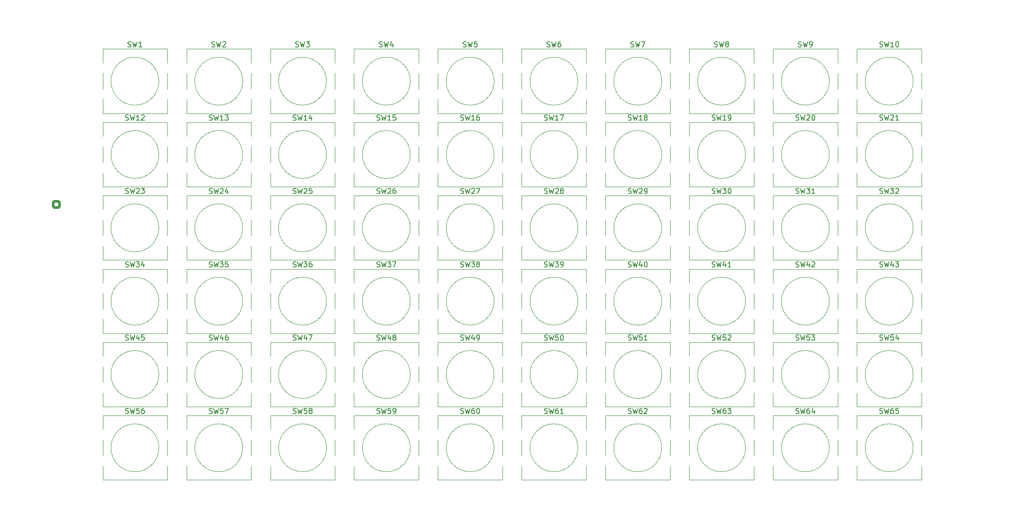
<source format=gto>
%TF.GenerationSoftware,KiCad,Pcbnew,6.0.0-rc2-1.20211220git160328a.fc35*%
%TF.CreationDate,2022-01-02T14:26:24+00:00*%
%TF.ProjectId,Keypad_6x11,4b657970-6164-45f3-9678-31312e6b6963,rev?*%
%TF.SameCoordinates,Original*%
%TF.FileFunction,Legend,Top*%
%TF.FilePolarity,Positive*%
%FSLAX46Y46*%
G04 Gerber Fmt 4.6, Leading zero omitted, Abs format (unit mm)*
G04 Created by KiCad (PCBNEW 6.0.0-rc2-1.20211220git160328a.fc35) date 2022-01-02 14:26:24*
%MOMM*%
%LPD*%
G01*
G04 APERTURE LIST*
G04 Aperture macros list*
%AMRoundRect*
0 Rectangle with rounded corners*
0 $1 Rounding radius*
0 $2 $3 $4 $5 $6 $7 $8 $9 X,Y pos of 4 corners*
0 Add a 4 corners polygon primitive as box body*
4,1,4,$2,$3,$4,$5,$6,$7,$8,$9,$2,$3,0*
0 Add four circle primitives for the rounded corners*
1,1,$1+$1,$2,$3*
1,1,$1+$1,$4,$5*
1,1,$1+$1,$6,$7*
1,1,$1+$1,$8,$9*
0 Add four rect primitives between the rounded corners*
20,1,$1+$1,$2,$3,$4,$5,0*
20,1,$1+$1,$4,$5,$6,$7,0*
20,1,$1+$1,$6,$7,$8,$9,0*
20,1,$1+$1,$8,$9,$2,$3,0*%
G04 Aperture macros list end*
%ADD10C,0.150000*%
%ADD11C,0.120000*%
%ADD12C,4.201160*%
%ADD13RoundRect,0.250000X0.600000X0.600000X-0.600000X0.600000X-0.600000X-0.600000X0.600000X-0.600000X0*%
%ADD14C,1.700000*%
%ADD15O,2.750000X1.850000*%
%ADD16R,2.400000X2.400000*%
%ADD17C,2.400000*%
G04 APERTURE END LIST*
D10*
X148190476Y-66404761D02*
X148333333Y-66452380D01*
X148571428Y-66452380D01*
X148666666Y-66404761D01*
X148714285Y-66357142D01*
X148761904Y-66261904D01*
X148761904Y-66166666D01*
X148714285Y-66071428D01*
X148666666Y-66023809D01*
X148571428Y-65976190D01*
X148380952Y-65928571D01*
X148285714Y-65880952D01*
X148238095Y-65833333D01*
X148190476Y-65738095D01*
X148190476Y-65642857D01*
X148238095Y-65547619D01*
X148285714Y-65500000D01*
X148380952Y-65452380D01*
X148619047Y-65452380D01*
X148761904Y-65500000D01*
X149095238Y-65452380D02*
X149333333Y-66452380D01*
X149523809Y-65738095D01*
X149714285Y-66452380D01*
X149952380Y-65452380D01*
X150285714Y-65547619D02*
X150333333Y-65500000D01*
X150428571Y-65452380D01*
X150666666Y-65452380D01*
X150761904Y-65500000D01*
X150809523Y-65547619D01*
X150857142Y-65642857D01*
X150857142Y-65738095D01*
X150809523Y-65880952D01*
X150238095Y-66452380D01*
X150857142Y-66452380D01*
X151190476Y-65452380D02*
X151857142Y-65452380D01*
X151428571Y-66452380D01*
X180190476Y-52404761D02*
X180333333Y-52452380D01*
X180571428Y-52452380D01*
X180666666Y-52404761D01*
X180714285Y-52357142D01*
X180761904Y-52261904D01*
X180761904Y-52166666D01*
X180714285Y-52071428D01*
X180666666Y-52023809D01*
X180571428Y-51976190D01*
X180380952Y-51928571D01*
X180285714Y-51880952D01*
X180238095Y-51833333D01*
X180190476Y-51738095D01*
X180190476Y-51642857D01*
X180238095Y-51547619D01*
X180285714Y-51500000D01*
X180380952Y-51452380D01*
X180619047Y-51452380D01*
X180761904Y-51500000D01*
X181095238Y-51452380D02*
X181333333Y-52452380D01*
X181523809Y-51738095D01*
X181714285Y-52452380D01*
X181952380Y-51452380D01*
X182857142Y-52452380D02*
X182285714Y-52452380D01*
X182571428Y-52452380D02*
X182571428Y-51452380D01*
X182476190Y-51595238D01*
X182380952Y-51690476D01*
X182285714Y-51738095D01*
X183428571Y-51880952D02*
X183333333Y-51833333D01*
X183285714Y-51785714D01*
X183238095Y-51690476D01*
X183238095Y-51642857D01*
X183285714Y-51547619D01*
X183333333Y-51500000D01*
X183428571Y-51452380D01*
X183619047Y-51452380D01*
X183714285Y-51500000D01*
X183761904Y-51547619D01*
X183809523Y-51642857D01*
X183809523Y-51690476D01*
X183761904Y-51785714D01*
X183714285Y-51833333D01*
X183619047Y-51880952D01*
X183428571Y-51880952D01*
X183333333Y-51928571D01*
X183285714Y-51976190D01*
X183238095Y-52071428D01*
X183238095Y-52261904D01*
X183285714Y-52357142D01*
X183333333Y-52404761D01*
X183428571Y-52452380D01*
X183619047Y-52452380D01*
X183714285Y-52404761D01*
X183761904Y-52357142D01*
X183809523Y-52261904D01*
X183809523Y-52071428D01*
X183761904Y-51976190D01*
X183714285Y-51928571D01*
X183619047Y-51880952D01*
X212190476Y-80404761D02*
X212333333Y-80452380D01*
X212571428Y-80452380D01*
X212666666Y-80404761D01*
X212714285Y-80357142D01*
X212761904Y-80261904D01*
X212761904Y-80166666D01*
X212714285Y-80071428D01*
X212666666Y-80023809D01*
X212571428Y-79976190D01*
X212380952Y-79928571D01*
X212285714Y-79880952D01*
X212238095Y-79833333D01*
X212190476Y-79738095D01*
X212190476Y-79642857D01*
X212238095Y-79547619D01*
X212285714Y-79500000D01*
X212380952Y-79452380D01*
X212619047Y-79452380D01*
X212761904Y-79500000D01*
X213095238Y-79452380D02*
X213333333Y-80452380D01*
X213523809Y-79738095D01*
X213714285Y-80452380D01*
X213952380Y-79452380D01*
X214761904Y-79785714D02*
X214761904Y-80452380D01*
X214523809Y-79404761D02*
X214285714Y-80119047D01*
X214904761Y-80119047D01*
X215238095Y-79547619D02*
X215285714Y-79500000D01*
X215380952Y-79452380D01*
X215619047Y-79452380D01*
X215714285Y-79500000D01*
X215761904Y-79547619D01*
X215809523Y-79642857D01*
X215809523Y-79738095D01*
X215761904Y-79880952D01*
X215190476Y-80452380D01*
X215809523Y-80452380D01*
X100666666Y-38404761D02*
X100809523Y-38452380D01*
X101047619Y-38452380D01*
X101142857Y-38404761D01*
X101190476Y-38357142D01*
X101238095Y-38261904D01*
X101238095Y-38166666D01*
X101190476Y-38071428D01*
X101142857Y-38023809D01*
X101047619Y-37976190D01*
X100857142Y-37928571D01*
X100761904Y-37880952D01*
X100714285Y-37833333D01*
X100666666Y-37738095D01*
X100666666Y-37642857D01*
X100714285Y-37547619D01*
X100761904Y-37500000D01*
X100857142Y-37452380D01*
X101095238Y-37452380D01*
X101238095Y-37500000D01*
X101571428Y-37452380D02*
X101809523Y-38452380D01*
X102000000Y-37738095D01*
X102190476Y-38452380D01*
X102428571Y-37452380D01*
X102761904Y-37547619D02*
X102809523Y-37500000D01*
X102904761Y-37452380D01*
X103142857Y-37452380D01*
X103238095Y-37500000D01*
X103285714Y-37547619D01*
X103333333Y-37642857D01*
X103333333Y-37738095D01*
X103285714Y-37880952D01*
X102714285Y-38452380D01*
X103333333Y-38452380D01*
X196190476Y-94404761D02*
X196333333Y-94452380D01*
X196571428Y-94452380D01*
X196666666Y-94404761D01*
X196714285Y-94357142D01*
X196761904Y-94261904D01*
X196761904Y-94166666D01*
X196714285Y-94071428D01*
X196666666Y-94023809D01*
X196571428Y-93976190D01*
X196380952Y-93928571D01*
X196285714Y-93880952D01*
X196238095Y-93833333D01*
X196190476Y-93738095D01*
X196190476Y-93642857D01*
X196238095Y-93547619D01*
X196285714Y-93500000D01*
X196380952Y-93452380D01*
X196619047Y-93452380D01*
X196761904Y-93500000D01*
X197095238Y-93452380D02*
X197333333Y-94452380D01*
X197523809Y-93738095D01*
X197714285Y-94452380D01*
X197952380Y-93452380D01*
X198809523Y-93452380D02*
X198333333Y-93452380D01*
X198285714Y-93928571D01*
X198333333Y-93880952D01*
X198428571Y-93833333D01*
X198666666Y-93833333D01*
X198761904Y-93880952D01*
X198809523Y-93928571D01*
X198857142Y-94023809D01*
X198857142Y-94261904D01*
X198809523Y-94357142D01*
X198761904Y-94404761D01*
X198666666Y-94452380D01*
X198428571Y-94452380D01*
X198333333Y-94404761D01*
X198285714Y-94357142D01*
X199238095Y-93547619D02*
X199285714Y-93500000D01*
X199380952Y-93452380D01*
X199619047Y-93452380D01*
X199714285Y-93500000D01*
X199761904Y-93547619D01*
X199809523Y-93642857D01*
X199809523Y-93738095D01*
X199761904Y-93880952D01*
X199190476Y-94452380D01*
X199809523Y-94452380D01*
X116190476Y-94404761D02*
X116333333Y-94452380D01*
X116571428Y-94452380D01*
X116666666Y-94404761D01*
X116714285Y-94357142D01*
X116761904Y-94261904D01*
X116761904Y-94166666D01*
X116714285Y-94071428D01*
X116666666Y-94023809D01*
X116571428Y-93976190D01*
X116380952Y-93928571D01*
X116285714Y-93880952D01*
X116238095Y-93833333D01*
X116190476Y-93738095D01*
X116190476Y-93642857D01*
X116238095Y-93547619D01*
X116285714Y-93500000D01*
X116380952Y-93452380D01*
X116619047Y-93452380D01*
X116761904Y-93500000D01*
X117095238Y-93452380D02*
X117333333Y-94452380D01*
X117523809Y-93738095D01*
X117714285Y-94452380D01*
X117952380Y-93452380D01*
X118761904Y-93785714D02*
X118761904Y-94452380D01*
X118523809Y-93404761D02*
X118285714Y-94119047D01*
X118904761Y-94119047D01*
X119190476Y-93452380D02*
X119857142Y-93452380D01*
X119428571Y-94452380D01*
X164190476Y-80404761D02*
X164333333Y-80452380D01*
X164571428Y-80452380D01*
X164666666Y-80404761D01*
X164714285Y-80357142D01*
X164761904Y-80261904D01*
X164761904Y-80166666D01*
X164714285Y-80071428D01*
X164666666Y-80023809D01*
X164571428Y-79976190D01*
X164380952Y-79928571D01*
X164285714Y-79880952D01*
X164238095Y-79833333D01*
X164190476Y-79738095D01*
X164190476Y-79642857D01*
X164238095Y-79547619D01*
X164285714Y-79500000D01*
X164380952Y-79452380D01*
X164619047Y-79452380D01*
X164761904Y-79500000D01*
X165095238Y-79452380D02*
X165333333Y-80452380D01*
X165523809Y-79738095D01*
X165714285Y-80452380D01*
X165952380Y-79452380D01*
X166238095Y-79452380D02*
X166857142Y-79452380D01*
X166523809Y-79833333D01*
X166666666Y-79833333D01*
X166761904Y-79880952D01*
X166809523Y-79928571D01*
X166857142Y-80023809D01*
X166857142Y-80261904D01*
X166809523Y-80357142D01*
X166761904Y-80404761D01*
X166666666Y-80452380D01*
X166380952Y-80452380D01*
X166285714Y-80404761D01*
X166238095Y-80357142D01*
X167333333Y-80452380D02*
X167523809Y-80452380D01*
X167619047Y-80404761D01*
X167666666Y-80357142D01*
X167761904Y-80214285D01*
X167809523Y-80023809D01*
X167809523Y-79642857D01*
X167761904Y-79547619D01*
X167714285Y-79500000D01*
X167619047Y-79452380D01*
X167428571Y-79452380D01*
X167333333Y-79500000D01*
X167285714Y-79547619D01*
X167238095Y-79642857D01*
X167238095Y-79880952D01*
X167285714Y-79976190D01*
X167333333Y-80023809D01*
X167428571Y-80071428D01*
X167619047Y-80071428D01*
X167714285Y-80023809D01*
X167761904Y-79976190D01*
X167809523Y-79880952D01*
X100190476Y-66404761D02*
X100333333Y-66452380D01*
X100571428Y-66452380D01*
X100666666Y-66404761D01*
X100714285Y-66357142D01*
X100761904Y-66261904D01*
X100761904Y-66166666D01*
X100714285Y-66071428D01*
X100666666Y-66023809D01*
X100571428Y-65976190D01*
X100380952Y-65928571D01*
X100285714Y-65880952D01*
X100238095Y-65833333D01*
X100190476Y-65738095D01*
X100190476Y-65642857D01*
X100238095Y-65547619D01*
X100285714Y-65500000D01*
X100380952Y-65452380D01*
X100619047Y-65452380D01*
X100761904Y-65500000D01*
X101095238Y-65452380D02*
X101333333Y-66452380D01*
X101523809Y-65738095D01*
X101714285Y-66452380D01*
X101952380Y-65452380D01*
X102285714Y-65547619D02*
X102333333Y-65500000D01*
X102428571Y-65452380D01*
X102666666Y-65452380D01*
X102761904Y-65500000D01*
X102809523Y-65547619D01*
X102857142Y-65642857D01*
X102857142Y-65738095D01*
X102809523Y-65880952D01*
X102238095Y-66452380D01*
X102857142Y-66452380D01*
X103714285Y-65785714D02*
X103714285Y-66452380D01*
X103476190Y-65404761D02*
X103238095Y-66119047D01*
X103857142Y-66119047D01*
X100190476Y-94404761D02*
X100333333Y-94452380D01*
X100571428Y-94452380D01*
X100666666Y-94404761D01*
X100714285Y-94357142D01*
X100761904Y-94261904D01*
X100761904Y-94166666D01*
X100714285Y-94071428D01*
X100666666Y-94023809D01*
X100571428Y-93976190D01*
X100380952Y-93928571D01*
X100285714Y-93880952D01*
X100238095Y-93833333D01*
X100190476Y-93738095D01*
X100190476Y-93642857D01*
X100238095Y-93547619D01*
X100285714Y-93500000D01*
X100380952Y-93452380D01*
X100619047Y-93452380D01*
X100761904Y-93500000D01*
X101095238Y-93452380D02*
X101333333Y-94452380D01*
X101523809Y-93738095D01*
X101714285Y-94452380D01*
X101952380Y-93452380D01*
X102761904Y-93785714D02*
X102761904Y-94452380D01*
X102523809Y-93404761D02*
X102285714Y-94119047D01*
X102904761Y-94119047D01*
X103714285Y-93452380D02*
X103523809Y-93452380D01*
X103428571Y-93500000D01*
X103380952Y-93547619D01*
X103285714Y-93690476D01*
X103238095Y-93880952D01*
X103238095Y-94261904D01*
X103285714Y-94357142D01*
X103333333Y-94404761D01*
X103428571Y-94452380D01*
X103619047Y-94452380D01*
X103714285Y-94404761D01*
X103761904Y-94357142D01*
X103809523Y-94261904D01*
X103809523Y-94023809D01*
X103761904Y-93928571D01*
X103714285Y-93880952D01*
X103619047Y-93833333D01*
X103428571Y-93833333D01*
X103333333Y-93880952D01*
X103285714Y-93928571D01*
X103238095Y-94023809D01*
X132190476Y-52404761D02*
X132333333Y-52452380D01*
X132571428Y-52452380D01*
X132666666Y-52404761D01*
X132714285Y-52357142D01*
X132761904Y-52261904D01*
X132761904Y-52166666D01*
X132714285Y-52071428D01*
X132666666Y-52023809D01*
X132571428Y-51976190D01*
X132380952Y-51928571D01*
X132285714Y-51880952D01*
X132238095Y-51833333D01*
X132190476Y-51738095D01*
X132190476Y-51642857D01*
X132238095Y-51547619D01*
X132285714Y-51500000D01*
X132380952Y-51452380D01*
X132619047Y-51452380D01*
X132761904Y-51500000D01*
X133095238Y-51452380D02*
X133333333Y-52452380D01*
X133523809Y-51738095D01*
X133714285Y-52452380D01*
X133952380Y-51452380D01*
X134857142Y-52452380D02*
X134285714Y-52452380D01*
X134571428Y-52452380D02*
X134571428Y-51452380D01*
X134476190Y-51595238D01*
X134380952Y-51690476D01*
X134285714Y-51738095D01*
X135761904Y-51452380D02*
X135285714Y-51452380D01*
X135238095Y-51928571D01*
X135285714Y-51880952D01*
X135380952Y-51833333D01*
X135619047Y-51833333D01*
X135714285Y-51880952D01*
X135761904Y-51928571D01*
X135809523Y-52023809D01*
X135809523Y-52261904D01*
X135761904Y-52357142D01*
X135714285Y-52404761D01*
X135619047Y-52452380D01*
X135380952Y-52452380D01*
X135285714Y-52404761D01*
X135238095Y-52357142D01*
X180190476Y-94404761D02*
X180333333Y-94452380D01*
X180571428Y-94452380D01*
X180666666Y-94404761D01*
X180714285Y-94357142D01*
X180761904Y-94261904D01*
X180761904Y-94166666D01*
X180714285Y-94071428D01*
X180666666Y-94023809D01*
X180571428Y-93976190D01*
X180380952Y-93928571D01*
X180285714Y-93880952D01*
X180238095Y-93833333D01*
X180190476Y-93738095D01*
X180190476Y-93642857D01*
X180238095Y-93547619D01*
X180285714Y-93500000D01*
X180380952Y-93452380D01*
X180619047Y-93452380D01*
X180761904Y-93500000D01*
X181095238Y-93452380D02*
X181333333Y-94452380D01*
X181523809Y-93738095D01*
X181714285Y-94452380D01*
X181952380Y-93452380D01*
X182809523Y-93452380D02*
X182333333Y-93452380D01*
X182285714Y-93928571D01*
X182333333Y-93880952D01*
X182428571Y-93833333D01*
X182666666Y-93833333D01*
X182761904Y-93880952D01*
X182809523Y-93928571D01*
X182857142Y-94023809D01*
X182857142Y-94261904D01*
X182809523Y-94357142D01*
X182761904Y-94404761D01*
X182666666Y-94452380D01*
X182428571Y-94452380D01*
X182333333Y-94404761D01*
X182285714Y-94357142D01*
X183809523Y-94452380D02*
X183238095Y-94452380D01*
X183523809Y-94452380D02*
X183523809Y-93452380D01*
X183428571Y-93595238D01*
X183333333Y-93690476D01*
X183238095Y-93738095D01*
X148190476Y-94404761D02*
X148333333Y-94452380D01*
X148571428Y-94452380D01*
X148666666Y-94404761D01*
X148714285Y-94357142D01*
X148761904Y-94261904D01*
X148761904Y-94166666D01*
X148714285Y-94071428D01*
X148666666Y-94023809D01*
X148571428Y-93976190D01*
X148380952Y-93928571D01*
X148285714Y-93880952D01*
X148238095Y-93833333D01*
X148190476Y-93738095D01*
X148190476Y-93642857D01*
X148238095Y-93547619D01*
X148285714Y-93500000D01*
X148380952Y-93452380D01*
X148619047Y-93452380D01*
X148761904Y-93500000D01*
X149095238Y-93452380D02*
X149333333Y-94452380D01*
X149523809Y-93738095D01*
X149714285Y-94452380D01*
X149952380Y-93452380D01*
X150761904Y-93785714D02*
X150761904Y-94452380D01*
X150523809Y-93404761D02*
X150285714Y-94119047D01*
X150904761Y-94119047D01*
X151333333Y-94452380D02*
X151523809Y-94452380D01*
X151619047Y-94404761D01*
X151666666Y-94357142D01*
X151761904Y-94214285D01*
X151809523Y-94023809D01*
X151809523Y-93642857D01*
X151761904Y-93547619D01*
X151714285Y-93500000D01*
X151619047Y-93452380D01*
X151428571Y-93452380D01*
X151333333Y-93500000D01*
X151285714Y-93547619D01*
X151238095Y-93642857D01*
X151238095Y-93880952D01*
X151285714Y-93976190D01*
X151333333Y-94023809D01*
X151428571Y-94071428D01*
X151619047Y-94071428D01*
X151714285Y-94023809D01*
X151761904Y-93976190D01*
X151809523Y-93880952D01*
X164190476Y-108404761D02*
X164333333Y-108452380D01*
X164571428Y-108452380D01*
X164666666Y-108404761D01*
X164714285Y-108357142D01*
X164761904Y-108261904D01*
X164761904Y-108166666D01*
X164714285Y-108071428D01*
X164666666Y-108023809D01*
X164571428Y-107976190D01*
X164380952Y-107928571D01*
X164285714Y-107880952D01*
X164238095Y-107833333D01*
X164190476Y-107738095D01*
X164190476Y-107642857D01*
X164238095Y-107547619D01*
X164285714Y-107500000D01*
X164380952Y-107452380D01*
X164619047Y-107452380D01*
X164761904Y-107500000D01*
X165095238Y-107452380D02*
X165333333Y-108452380D01*
X165523809Y-107738095D01*
X165714285Y-108452380D01*
X165952380Y-107452380D01*
X166761904Y-107452380D02*
X166571428Y-107452380D01*
X166476190Y-107500000D01*
X166428571Y-107547619D01*
X166333333Y-107690476D01*
X166285714Y-107880952D01*
X166285714Y-108261904D01*
X166333333Y-108357142D01*
X166380952Y-108404761D01*
X166476190Y-108452380D01*
X166666666Y-108452380D01*
X166761904Y-108404761D01*
X166809523Y-108357142D01*
X166857142Y-108261904D01*
X166857142Y-108023809D01*
X166809523Y-107928571D01*
X166761904Y-107880952D01*
X166666666Y-107833333D01*
X166476190Y-107833333D01*
X166380952Y-107880952D01*
X166333333Y-107928571D01*
X166285714Y-108023809D01*
X167809523Y-108452380D02*
X167238095Y-108452380D01*
X167523809Y-108452380D02*
X167523809Y-107452380D01*
X167428571Y-107595238D01*
X167333333Y-107690476D01*
X167238095Y-107738095D01*
X164666666Y-38404761D02*
X164809523Y-38452380D01*
X165047619Y-38452380D01*
X165142857Y-38404761D01*
X165190476Y-38357142D01*
X165238095Y-38261904D01*
X165238095Y-38166666D01*
X165190476Y-38071428D01*
X165142857Y-38023809D01*
X165047619Y-37976190D01*
X164857142Y-37928571D01*
X164761904Y-37880952D01*
X164714285Y-37833333D01*
X164666666Y-37738095D01*
X164666666Y-37642857D01*
X164714285Y-37547619D01*
X164761904Y-37500000D01*
X164857142Y-37452380D01*
X165095238Y-37452380D01*
X165238095Y-37500000D01*
X165571428Y-37452380D02*
X165809523Y-38452380D01*
X166000000Y-37738095D01*
X166190476Y-38452380D01*
X166428571Y-37452380D01*
X167238095Y-37452380D02*
X167047619Y-37452380D01*
X166952380Y-37500000D01*
X166904761Y-37547619D01*
X166809523Y-37690476D01*
X166761904Y-37880952D01*
X166761904Y-38261904D01*
X166809523Y-38357142D01*
X166857142Y-38404761D01*
X166952380Y-38452380D01*
X167142857Y-38452380D01*
X167238095Y-38404761D01*
X167285714Y-38357142D01*
X167333333Y-38261904D01*
X167333333Y-38023809D01*
X167285714Y-37928571D01*
X167238095Y-37880952D01*
X167142857Y-37833333D01*
X166952380Y-37833333D01*
X166857142Y-37880952D01*
X166809523Y-37928571D01*
X166761904Y-38023809D01*
X84190476Y-52404761D02*
X84333333Y-52452380D01*
X84571428Y-52452380D01*
X84666666Y-52404761D01*
X84714285Y-52357142D01*
X84761904Y-52261904D01*
X84761904Y-52166666D01*
X84714285Y-52071428D01*
X84666666Y-52023809D01*
X84571428Y-51976190D01*
X84380952Y-51928571D01*
X84285714Y-51880952D01*
X84238095Y-51833333D01*
X84190476Y-51738095D01*
X84190476Y-51642857D01*
X84238095Y-51547619D01*
X84285714Y-51500000D01*
X84380952Y-51452380D01*
X84619047Y-51452380D01*
X84761904Y-51500000D01*
X85095238Y-51452380D02*
X85333333Y-52452380D01*
X85523809Y-51738095D01*
X85714285Y-52452380D01*
X85952380Y-51452380D01*
X86857142Y-52452380D02*
X86285714Y-52452380D01*
X86571428Y-52452380D02*
X86571428Y-51452380D01*
X86476190Y-51595238D01*
X86380952Y-51690476D01*
X86285714Y-51738095D01*
X87238095Y-51547619D02*
X87285714Y-51500000D01*
X87380952Y-51452380D01*
X87619047Y-51452380D01*
X87714285Y-51500000D01*
X87761904Y-51547619D01*
X87809523Y-51642857D01*
X87809523Y-51738095D01*
X87761904Y-51880952D01*
X87190476Y-52452380D01*
X87809523Y-52452380D01*
X228190476Y-38404761D02*
X228333333Y-38452380D01*
X228571428Y-38452380D01*
X228666666Y-38404761D01*
X228714285Y-38357142D01*
X228761904Y-38261904D01*
X228761904Y-38166666D01*
X228714285Y-38071428D01*
X228666666Y-38023809D01*
X228571428Y-37976190D01*
X228380952Y-37928571D01*
X228285714Y-37880952D01*
X228238095Y-37833333D01*
X228190476Y-37738095D01*
X228190476Y-37642857D01*
X228238095Y-37547619D01*
X228285714Y-37500000D01*
X228380952Y-37452380D01*
X228619047Y-37452380D01*
X228761904Y-37500000D01*
X229095238Y-37452380D02*
X229333333Y-38452380D01*
X229523809Y-37738095D01*
X229714285Y-38452380D01*
X229952380Y-37452380D01*
X230857142Y-38452380D02*
X230285714Y-38452380D01*
X230571428Y-38452380D02*
X230571428Y-37452380D01*
X230476190Y-37595238D01*
X230380952Y-37690476D01*
X230285714Y-37738095D01*
X231476190Y-37452380D02*
X231571428Y-37452380D01*
X231666666Y-37500000D01*
X231714285Y-37547619D01*
X231761904Y-37642857D01*
X231809523Y-37833333D01*
X231809523Y-38071428D01*
X231761904Y-38261904D01*
X231714285Y-38357142D01*
X231666666Y-38404761D01*
X231571428Y-38452380D01*
X231476190Y-38452380D01*
X231380952Y-38404761D01*
X231333333Y-38357142D01*
X231285714Y-38261904D01*
X231238095Y-38071428D01*
X231238095Y-37833333D01*
X231285714Y-37642857D01*
X231333333Y-37547619D01*
X231380952Y-37500000D01*
X231476190Y-37452380D01*
X116666666Y-38404761D02*
X116809523Y-38452380D01*
X117047619Y-38452380D01*
X117142857Y-38404761D01*
X117190476Y-38357142D01*
X117238095Y-38261904D01*
X117238095Y-38166666D01*
X117190476Y-38071428D01*
X117142857Y-38023809D01*
X117047619Y-37976190D01*
X116857142Y-37928571D01*
X116761904Y-37880952D01*
X116714285Y-37833333D01*
X116666666Y-37738095D01*
X116666666Y-37642857D01*
X116714285Y-37547619D01*
X116761904Y-37500000D01*
X116857142Y-37452380D01*
X117095238Y-37452380D01*
X117238095Y-37500000D01*
X117571428Y-37452380D02*
X117809523Y-38452380D01*
X118000000Y-37738095D01*
X118190476Y-38452380D01*
X118428571Y-37452380D01*
X118714285Y-37452380D02*
X119333333Y-37452380D01*
X119000000Y-37833333D01*
X119142857Y-37833333D01*
X119238095Y-37880952D01*
X119285714Y-37928571D01*
X119333333Y-38023809D01*
X119333333Y-38261904D01*
X119285714Y-38357142D01*
X119238095Y-38404761D01*
X119142857Y-38452380D01*
X118857142Y-38452380D01*
X118761904Y-38404761D01*
X118714285Y-38357142D01*
X228190476Y-108404761D02*
X228333333Y-108452380D01*
X228571428Y-108452380D01*
X228666666Y-108404761D01*
X228714285Y-108357142D01*
X228761904Y-108261904D01*
X228761904Y-108166666D01*
X228714285Y-108071428D01*
X228666666Y-108023809D01*
X228571428Y-107976190D01*
X228380952Y-107928571D01*
X228285714Y-107880952D01*
X228238095Y-107833333D01*
X228190476Y-107738095D01*
X228190476Y-107642857D01*
X228238095Y-107547619D01*
X228285714Y-107500000D01*
X228380952Y-107452380D01*
X228619047Y-107452380D01*
X228761904Y-107500000D01*
X229095238Y-107452380D02*
X229333333Y-108452380D01*
X229523809Y-107738095D01*
X229714285Y-108452380D01*
X229952380Y-107452380D01*
X230761904Y-107452380D02*
X230571428Y-107452380D01*
X230476190Y-107500000D01*
X230428571Y-107547619D01*
X230333333Y-107690476D01*
X230285714Y-107880952D01*
X230285714Y-108261904D01*
X230333333Y-108357142D01*
X230380952Y-108404761D01*
X230476190Y-108452380D01*
X230666666Y-108452380D01*
X230761904Y-108404761D01*
X230809523Y-108357142D01*
X230857142Y-108261904D01*
X230857142Y-108023809D01*
X230809523Y-107928571D01*
X230761904Y-107880952D01*
X230666666Y-107833333D01*
X230476190Y-107833333D01*
X230380952Y-107880952D01*
X230333333Y-107928571D01*
X230285714Y-108023809D01*
X231761904Y-107452380D02*
X231285714Y-107452380D01*
X231238095Y-107928571D01*
X231285714Y-107880952D01*
X231380952Y-107833333D01*
X231619047Y-107833333D01*
X231714285Y-107880952D01*
X231761904Y-107928571D01*
X231809523Y-108023809D01*
X231809523Y-108261904D01*
X231761904Y-108357142D01*
X231714285Y-108404761D01*
X231619047Y-108452380D01*
X231380952Y-108452380D01*
X231285714Y-108404761D01*
X231238095Y-108357142D01*
X132666666Y-38404761D02*
X132809523Y-38452380D01*
X133047619Y-38452380D01*
X133142857Y-38404761D01*
X133190476Y-38357142D01*
X133238095Y-38261904D01*
X133238095Y-38166666D01*
X133190476Y-38071428D01*
X133142857Y-38023809D01*
X133047619Y-37976190D01*
X132857142Y-37928571D01*
X132761904Y-37880952D01*
X132714285Y-37833333D01*
X132666666Y-37738095D01*
X132666666Y-37642857D01*
X132714285Y-37547619D01*
X132761904Y-37500000D01*
X132857142Y-37452380D01*
X133095238Y-37452380D01*
X133238095Y-37500000D01*
X133571428Y-37452380D02*
X133809523Y-38452380D01*
X134000000Y-37738095D01*
X134190476Y-38452380D01*
X134428571Y-37452380D01*
X135238095Y-37785714D02*
X135238095Y-38452380D01*
X135000000Y-37404761D02*
X134761904Y-38119047D01*
X135380952Y-38119047D01*
X84190476Y-94404761D02*
X84333333Y-94452380D01*
X84571428Y-94452380D01*
X84666666Y-94404761D01*
X84714285Y-94357142D01*
X84761904Y-94261904D01*
X84761904Y-94166666D01*
X84714285Y-94071428D01*
X84666666Y-94023809D01*
X84571428Y-93976190D01*
X84380952Y-93928571D01*
X84285714Y-93880952D01*
X84238095Y-93833333D01*
X84190476Y-93738095D01*
X84190476Y-93642857D01*
X84238095Y-93547619D01*
X84285714Y-93500000D01*
X84380952Y-93452380D01*
X84619047Y-93452380D01*
X84761904Y-93500000D01*
X85095238Y-93452380D02*
X85333333Y-94452380D01*
X85523809Y-93738095D01*
X85714285Y-94452380D01*
X85952380Y-93452380D01*
X86761904Y-93785714D02*
X86761904Y-94452380D01*
X86523809Y-93404761D02*
X86285714Y-94119047D01*
X86904761Y-94119047D01*
X87761904Y-93452380D02*
X87285714Y-93452380D01*
X87238095Y-93928571D01*
X87285714Y-93880952D01*
X87380952Y-93833333D01*
X87619047Y-93833333D01*
X87714285Y-93880952D01*
X87761904Y-93928571D01*
X87809523Y-94023809D01*
X87809523Y-94261904D01*
X87761904Y-94357142D01*
X87714285Y-94404761D01*
X87619047Y-94452380D01*
X87380952Y-94452380D01*
X87285714Y-94404761D01*
X87238095Y-94357142D01*
X148190476Y-80404761D02*
X148333333Y-80452380D01*
X148571428Y-80452380D01*
X148666666Y-80404761D01*
X148714285Y-80357142D01*
X148761904Y-80261904D01*
X148761904Y-80166666D01*
X148714285Y-80071428D01*
X148666666Y-80023809D01*
X148571428Y-79976190D01*
X148380952Y-79928571D01*
X148285714Y-79880952D01*
X148238095Y-79833333D01*
X148190476Y-79738095D01*
X148190476Y-79642857D01*
X148238095Y-79547619D01*
X148285714Y-79500000D01*
X148380952Y-79452380D01*
X148619047Y-79452380D01*
X148761904Y-79500000D01*
X149095238Y-79452380D02*
X149333333Y-80452380D01*
X149523809Y-79738095D01*
X149714285Y-80452380D01*
X149952380Y-79452380D01*
X150238095Y-79452380D02*
X150857142Y-79452380D01*
X150523809Y-79833333D01*
X150666666Y-79833333D01*
X150761904Y-79880952D01*
X150809523Y-79928571D01*
X150857142Y-80023809D01*
X150857142Y-80261904D01*
X150809523Y-80357142D01*
X150761904Y-80404761D01*
X150666666Y-80452380D01*
X150380952Y-80452380D01*
X150285714Y-80404761D01*
X150238095Y-80357142D01*
X151428571Y-79880952D02*
X151333333Y-79833333D01*
X151285714Y-79785714D01*
X151238095Y-79690476D01*
X151238095Y-79642857D01*
X151285714Y-79547619D01*
X151333333Y-79500000D01*
X151428571Y-79452380D01*
X151619047Y-79452380D01*
X151714285Y-79500000D01*
X151761904Y-79547619D01*
X151809523Y-79642857D01*
X151809523Y-79690476D01*
X151761904Y-79785714D01*
X151714285Y-79833333D01*
X151619047Y-79880952D01*
X151428571Y-79880952D01*
X151333333Y-79928571D01*
X151285714Y-79976190D01*
X151238095Y-80071428D01*
X151238095Y-80261904D01*
X151285714Y-80357142D01*
X151333333Y-80404761D01*
X151428571Y-80452380D01*
X151619047Y-80452380D01*
X151714285Y-80404761D01*
X151761904Y-80357142D01*
X151809523Y-80261904D01*
X151809523Y-80071428D01*
X151761904Y-79976190D01*
X151714285Y-79928571D01*
X151619047Y-79880952D01*
X228190476Y-52404761D02*
X228333333Y-52452380D01*
X228571428Y-52452380D01*
X228666666Y-52404761D01*
X228714285Y-52357142D01*
X228761904Y-52261904D01*
X228761904Y-52166666D01*
X228714285Y-52071428D01*
X228666666Y-52023809D01*
X228571428Y-51976190D01*
X228380952Y-51928571D01*
X228285714Y-51880952D01*
X228238095Y-51833333D01*
X228190476Y-51738095D01*
X228190476Y-51642857D01*
X228238095Y-51547619D01*
X228285714Y-51500000D01*
X228380952Y-51452380D01*
X228619047Y-51452380D01*
X228761904Y-51500000D01*
X229095238Y-51452380D02*
X229333333Y-52452380D01*
X229523809Y-51738095D01*
X229714285Y-52452380D01*
X229952380Y-51452380D01*
X230285714Y-51547619D02*
X230333333Y-51500000D01*
X230428571Y-51452380D01*
X230666666Y-51452380D01*
X230761904Y-51500000D01*
X230809523Y-51547619D01*
X230857142Y-51642857D01*
X230857142Y-51738095D01*
X230809523Y-51880952D01*
X230238095Y-52452380D01*
X230857142Y-52452380D01*
X231809523Y-52452380D02*
X231238095Y-52452380D01*
X231523809Y-52452380D02*
X231523809Y-51452380D01*
X231428571Y-51595238D01*
X231333333Y-51690476D01*
X231238095Y-51738095D01*
X196190476Y-66404761D02*
X196333333Y-66452380D01*
X196571428Y-66452380D01*
X196666666Y-66404761D01*
X196714285Y-66357142D01*
X196761904Y-66261904D01*
X196761904Y-66166666D01*
X196714285Y-66071428D01*
X196666666Y-66023809D01*
X196571428Y-65976190D01*
X196380952Y-65928571D01*
X196285714Y-65880952D01*
X196238095Y-65833333D01*
X196190476Y-65738095D01*
X196190476Y-65642857D01*
X196238095Y-65547619D01*
X196285714Y-65500000D01*
X196380952Y-65452380D01*
X196619047Y-65452380D01*
X196761904Y-65500000D01*
X197095238Y-65452380D02*
X197333333Y-66452380D01*
X197523809Y-65738095D01*
X197714285Y-66452380D01*
X197952380Y-65452380D01*
X198238095Y-65452380D02*
X198857142Y-65452380D01*
X198523809Y-65833333D01*
X198666666Y-65833333D01*
X198761904Y-65880952D01*
X198809523Y-65928571D01*
X198857142Y-66023809D01*
X198857142Y-66261904D01*
X198809523Y-66357142D01*
X198761904Y-66404761D01*
X198666666Y-66452380D01*
X198380952Y-66452380D01*
X198285714Y-66404761D01*
X198238095Y-66357142D01*
X199476190Y-65452380D02*
X199571428Y-65452380D01*
X199666666Y-65500000D01*
X199714285Y-65547619D01*
X199761904Y-65642857D01*
X199809523Y-65833333D01*
X199809523Y-66071428D01*
X199761904Y-66261904D01*
X199714285Y-66357142D01*
X199666666Y-66404761D01*
X199571428Y-66452380D01*
X199476190Y-66452380D01*
X199380952Y-66404761D01*
X199333333Y-66357142D01*
X199285714Y-66261904D01*
X199238095Y-66071428D01*
X199238095Y-65833333D01*
X199285714Y-65642857D01*
X199333333Y-65547619D01*
X199380952Y-65500000D01*
X199476190Y-65452380D01*
X84190476Y-108404761D02*
X84333333Y-108452380D01*
X84571428Y-108452380D01*
X84666666Y-108404761D01*
X84714285Y-108357142D01*
X84761904Y-108261904D01*
X84761904Y-108166666D01*
X84714285Y-108071428D01*
X84666666Y-108023809D01*
X84571428Y-107976190D01*
X84380952Y-107928571D01*
X84285714Y-107880952D01*
X84238095Y-107833333D01*
X84190476Y-107738095D01*
X84190476Y-107642857D01*
X84238095Y-107547619D01*
X84285714Y-107500000D01*
X84380952Y-107452380D01*
X84619047Y-107452380D01*
X84761904Y-107500000D01*
X85095238Y-107452380D02*
X85333333Y-108452380D01*
X85523809Y-107738095D01*
X85714285Y-108452380D01*
X85952380Y-107452380D01*
X86809523Y-107452380D02*
X86333333Y-107452380D01*
X86285714Y-107928571D01*
X86333333Y-107880952D01*
X86428571Y-107833333D01*
X86666666Y-107833333D01*
X86761904Y-107880952D01*
X86809523Y-107928571D01*
X86857142Y-108023809D01*
X86857142Y-108261904D01*
X86809523Y-108357142D01*
X86761904Y-108404761D01*
X86666666Y-108452380D01*
X86428571Y-108452380D01*
X86333333Y-108404761D01*
X86285714Y-108357142D01*
X87714285Y-107452380D02*
X87523809Y-107452380D01*
X87428571Y-107500000D01*
X87380952Y-107547619D01*
X87285714Y-107690476D01*
X87238095Y-107880952D01*
X87238095Y-108261904D01*
X87285714Y-108357142D01*
X87333333Y-108404761D01*
X87428571Y-108452380D01*
X87619047Y-108452380D01*
X87714285Y-108404761D01*
X87761904Y-108357142D01*
X87809523Y-108261904D01*
X87809523Y-108023809D01*
X87761904Y-107928571D01*
X87714285Y-107880952D01*
X87619047Y-107833333D01*
X87428571Y-107833333D01*
X87333333Y-107880952D01*
X87285714Y-107928571D01*
X87238095Y-108023809D01*
X196190476Y-108404761D02*
X196333333Y-108452380D01*
X196571428Y-108452380D01*
X196666666Y-108404761D01*
X196714285Y-108357142D01*
X196761904Y-108261904D01*
X196761904Y-108166666D01*
X196714285Y-108071428D01*
X196666666Y-108023809D01*
X196571428Y-107976190D01*
X196380952Y-107928571D01*
X196285714Y-107880952D01*
X196238095Y-107833333D01*
X196190476Y-107738095D01*
X196190476Y-107642857D01*
X196238095Y-107547619D01*
X196285714Y-107500000D01*
X196380952Y-107452380D01*
X196619047Y-107452380D01*
X196761904Y-107500000D01*
X197095238Y-107452380D02*
X197333333Y-108452380D01*
X197523809Y-107738095D01*
X197714285Y-108452380D01*
X197952380Y-107452380D01*
X198761904Y-107452380D02*
X198571428Y-107452380D01*
X198476190Y-107500000D01*
X198428571Y-107547619D01*
X198333333Y-107690476D01*
X198285714Y-107880952D01*
X198285714Y-108261904D01*
X198333333Y-108357142D01*
X198380952Y-108404761D01*
X198476190Y-108452380D01*
X198666666Y-108452380D01*
X198761904Y-108404761D01*
X198809523Y-108357142D01*
X198857142Y-108261904D01*
X198857142Y-108023809D01*
X198809523Y-107928571D01*
X198761904Y-107880952D01*
X198666666Y-107833333D01*
X198476190Y-107833333D01*
X198380952Y-107880952D01*
X198333333Y-107928571D01*
X198285714Y-108023809D01*
X199190476Y-107452380D02*
X199809523Y-107452380D01*
X199476190Y-107833333D01*
X199619047Y-107833333D01*
X199714285Y-107880952D01*
X199761904Y-107928571D01*
X199809523Y-108023809D01*
X199809523Y-108261904D01*
X199761904Y-108357142D01*
X199714285Y-108404761D01*
X199619047Y-108452380D01*
X199333333Y-108452380D01*
X199238095Y-108404761D01*
X199190476Y-108357142D01*
X100190476Y-80404761D02*
X100333333Y-80452380D01*
X100571428Y-80452380D01*
X100666666Y-80404761D01*
X100714285Y-80357142D01*
X100761904Y-80261904D01*
X100761904Y-80166666D01*
X100714285Y-80071428D01*
X100666666Y-80023809D01*
X100571428Y-79976190D01*
X100380952Y-79928571D01*
X100285714Y-79880952D01*
X100238095Y-79833333D01*
X100190476Y-79738095D01*
X100190476Y-79642857D01*
X100238095Y-79547619D01*
X100285714Y-79500000D01*
X100380952Y-79452380D01*
X100619047Y-79452380D01*
X100761904Y-79500000D01*
X101095238Y-79452380D02*
X101333333Y-80452380D01*
X101523809Y-79738095D01*
X101714285Y-80452380D01*
X101952380Y-79452380D01*
X102238095Y-79452380D02*
X102857142Y-79452380D01*
X102523809Y-79833333D01*
X102666666Y-79833333D01*
X102761904Y-79880952D01*
X102809523Y-79928571D01*
X102857142Y-80023809D01*
X102857142Y-80261904D01*
X102809523Y-80357142D01*
X102761904Y-80404761D01*
X102666666Y-80452380D01*
X102380952Y-80452380D01*
X102285714Y-80404761D01*
X102238095Y-80357142D01*
X103761904Y-79452380D02*
X103285714Y-79452380D01*
X103238095Y-79928571D01*
X103285714Y-79880952D01*
X103380952Y-79833333D01*
X103619047Y-79833333D01*
X103714285Y-79880952D01*
X103761904Y-79928571D01*
X103809523Y-80023809D01*
X103809523Y-80261904D01*
X103761904Y-80357142D01*
X103714285Y-80404761D01*
X103619047Y-80452380D01*
X103380952Y-80452380D01*
X103285714Y-80404761D01*
X103238095Y-80357142D01*
X196666666Y-38404761D02*
X196809523Y-38452380D01*
X197047619Y-38452380D01*
X197142857Y-38404761D01*
X197190476Y-38357142D01*
X197238095Y-38261904D01*
X197238095Y-38166666D01*
X197190476Y-38071428D01*
X197142857Y-38023809D01*
X197047619Y-37976190D01*
X196857142Y-37928571D01*
X196761904Y-37880952D01*
X196714285Y-37833333D01*
X196666666Y-37738095D01*
X196666666Y-37642857D01*
X196714285Y-37547619D01*
X196761904Y-37500000D01*
X196857142Y-37452380D01*
X197095238Y-37452380D01*
X197238095Y-37500000D01*
X197571428Y-37452380D02*
X197809523Y-38452380D01*
X198000000Y-37738095D01*
X198190476Y-38452380D01*
X198428571Y-37452380D01*
X198952380Y-37880952D02*
X198857142Y-37833333D01*
X198809523Y-37785714D01*
X198761904Y-37690476D01*
X198761904Y-37642857D01*
X198809523Y-37547619D01*
X198857142Y-37500000D01*
X198952380Y-37452380D01*
X199142857Y-37452380D01*
X199238095Y-37500000D01*
X199285714Y-37547619D01*
X199333333Y-37642857D01*
X199333333Y-37690476D01*
X199285714Y-37785714D01*
X199238095Y-37833333D01*
X199142857Y-37880952D01*
X198952380Y-37880952D01*
X198857142Y-37928571D01*
X198809523Y-37976190D01*
X198761904Y-38071428D01*
X198761904Y-38261904D01*
X198809523Y-38357142D01*
X198857142Y-38404761D01*
X198952380Y-38452380D01*
X199142857Y-38452380D01*
X199238095Y-38404761D01*
X199285714Y-38357142D01*
X199333333Y-38261904D01*
X199333333Y-38071428D01*
X199285714Y-37976190D01*
X199238095Y-37928571D01*
X199142857Y-37880952D01*
X84190476Y-80404761D02*
X84333333Y-80452380D01*
X84571428Y-80452380D01*
X84666666Y-80404761D01*
X84714285Y-80357142D01*
X84761904Y-80261904D01*
X84761904Y-80166666D01*
X84714285Y-80071428D01*
X84666666Y-80023809D01*
X84571428Y-79976190D01*
X84380952Y-79928571D01*
X84285714Y-79880952D01*
X84238095Y-79833333D01*
X84190476Y-79738095D01*
X84190476Y-79642857D01*
X84238095Y-79547619D01*
X84285714Y-79500000D01*
X84380952Y-79452380D01*
X84619047Y-79452380D01*
X84761904Y-79500000D01*
X85095238Y-79452380D02*
X85333333Y-80452380D01*
X85523809Y-79738095D01*
X85714285Y-80452380D01*
X85952380Y-79452380D01*
X86238095Y-79452380D02*
X86857142Y-79452380D01*
X86523809Y-79833333D01*
X86666666Y-79833333D01*
X86761904Y-79880952D01*
X86809523Y-79928571D01*
X86857142Y-80023809D01*
X86857142Y-80261904D01*
X86809523Y-80357142D01*
X86761904Y-80404761D01*
X86666666Y-80452380D01*
X86380952Y-80452380D01*
X86285714Y-80404761D01*
X86238095Y-80357142D01*
X87714285Y-79785714D02*
X87714285Y-80452380D01*
X87476190Y-79404761D02*
X87238095Y-80119047D01*
X87857142Y-80119047D01*
X116190476Y-66404761D02*
X116333333Y-66452380D01*
X116571428Y-66452380D01*
X116666666Y-66404761D01*
X116714285Y-66357142D01*
X116761904Y-66261904D01*
X116761904Y-66166666D01*
X116714285Y-66071428D01*
X116666666Y-66023809D01*
X116571428Y-65976190D01*
X116380952Y-65928571D01*
X116285714Y-65880952D01*
X116238095Y-65833333D01*
X116190476Y-65738095D01*
X116190476Y-65642857D01*
X116238095Y-65547619D01*
X116285714Y-65500000D01*
X116380952Y-65452380D01*
X116619047Y-65452380D01*
X116761904Y-65500000D01*
X117095238Y-65452380D02*
X117333333Y-66452380D01*
X117523809Y-65738095D01*
X117714285Y-66452380D01*
X117952380Y-65452380D01*
X118285714Y-65547619D02*
X118333333Y-65500000D01*
X118428571Y-65452380D01*
X118666666Y-65452380D01*
X118761904Y-65500000D01*
X118809523Y-65547619D01*
X118857142Y-65642857D01*
X118857142Y-65738095D01*
X118809523Y-65880952D01*
X118238095Y-66452380D01*
X118857142Y-66452380D01*
X119761904Y-65452380D02*
X119285714Y-65452380D01*
X119238095Y-65928571D01*
X119285714Y-65880952D01*
X119380952Y-65833333D01*
X119619047Y-65833333D01*
X119714285Y-65880952D01*
X119761904Y-65928571D01*
X119809523Y-66023809D01*
X119809523Y-66261904D01*
X119761904Y-66357142D01*
X119714285Y-66404761D01*
X119619047Y-66452380D01*
X119380952Y-66452380D01*
X119285714Y-66404761D01*
X119238095Y-66357142D01*
X212190476Y-94404761D02*
X212333333Y-94452380D01*
X212571428Y-94452380D01*
X212666666Y-94404761D01*
X212714285Y-94357142D01*
X212761904Y-94261904D01*
X212761904Y-94166666D01*
X212714285Y-94071428D01*
X212666666Y-94023809D01*
X212571428Y-93976190D01*
X212380952Y-93928571D01*
X212285714Y-93880952D01*
X212238095Y-93833333D01*
X212190476Y-93738095D01*
X212190476Y-93642857D01*
X212238095Y-93547619D01*
X212285714Y-93500000D01*
X212380952Y-93452380D01*
X212619047Y-93452380D01*
X212761904Y-93500000D01*
X213095238Y-93452380D02*
X213333333Y-94452380D01*
X213523809Y-93738095D01*
X213714285Y-94452380D01*
X213952380Y-93452380D01*
X214809523Y-93452380D02*
X214333333Y-93452380D01*
X214285714Y-93928571D01*
X214333333Y-93880952D01*
X214428571Y-93833333D01*
X214666666Y-93833333D01*
X214761904Y-93880952D01*
X214809523Y-93928571D01*
X214857142Y-94023809D01*
X214857142Y-94261904D01*
X214809523Y-94357142D01*
X214761904Y-94404761D01*
X214666666Y-94452380D01*
X214428571Y-94452380D01*
X214333333Y-94404761D01*
X214285714Y-94357142D01*
X215190476Y-93452380D02*
X215809523Y-93452380D01*
X215476190Y-93833333D01*
X215619047Y-93833333D01*
X215714285Y-93880952D01*
X215761904Y-93928571D01*
X215809523Y-94023809D01*
X215809523Y-94261904D01*
X215761904Y-94357142D01*
X215714285Y-94404761D01*
X215619047Y-94452380D01*
X215333333Y-94452380D01*
X215238095Y-94404761D01*
X215190476Y-94357142D01*
X180666666Y-38404761D02*
X180809523Y-38452380D01*
X181047619Y-38452380D01*
X181142857Y-38404761D01*
X181190476Y-38357142D01*
X181238095Y-38261904D01*
X181238095Y-38166666D01*
X181190476Y-38071428D01*
X181142857Y-38023809D01*
X181047619Y-37976190D01*
X180857142Y-37928571D01*
X180761904Y-37880952D01*
X180714285Y-37833333D01*
X180666666Y-37738095D01*
X180666666Y-37642857D01*
X180714285Y-37547619D01*
X180761904Y-37500000D01*
X180857142Y-37452380D01*
X181095238Y-37452380D01*
X181238095Y-37500000D01*
X181571428Y-37452380D02*
X181809523Y-38452380D01*
X182000000Y-37738095D01*
X182190476Y-38452380D01*
X182428571Y-37452380D01*
X182714285Y-37452380D02*
X183380952Y-37452380D01*
X182952380Y-38452380D01*
X180190476Y-66404761D02*
X180333333Y-66452380D01*
X180571428Y-66452380D01*
X180666666Y-66404761D01*
X180714285Y-66357142D01*
X180761904Y-66261904D01*
X180761904Y-66166666D01*
X180714285Y-66071428D01*
X180666666Y-66023809D01*
X180571428Y-65976190D01*
X180380952Y-65928571D01*
X180285714Y-65880952D01*
X180238095Y-65833333D01*
X180190476Y-65738095D01*
X180190476Y-65642857D01*
X180238095Y-65547619D01*
X180285714Y-65500000D01*
X180380952Y-65452380D01*
X180619047Y-65452380D01*
X180761904Y-65500000D01*
X181095238Y-65452380D02*
X181333333Y-66452380D01*
X181523809Y-65738095D01*
X181714285Y-66452380D01*
X181952380Y-65452380D01*
X182285714Y-65547619D02*
X182333333Y-65500000D01*
X182428571Y-65452380D01*
X182666666Y-65452380D01*
X182761904Y-65500000D01*
X182809523Y-65547619D01*
X182857142Y-65642857D01*
X182857142Y-65738095D01*
X182809523Y-65880952D01*
X182238095Y-66452380D01*
X182857142Y-66452380D01*
X183333333Y-66452380D02*
X183523809Y-66452380D01*
X183619047Y-66404761D01*
X183666666Y-66357142D01*
X183761904Y-66214285D01*
X183809523Y-66023809D01*
X183809523Y-65642857D01*
X183761904Y-65547619D01*
X183714285Y-65500000D01*
X183619047Y-65452380D01*
X183428571Y-65452380D01*
X183333333Y-65500000D01*
X183285714Y-65547619D01*
X183238095Y-65642857D01*
X183238095Y-65880952D01*
X183285714Y-65976190D01*
X183333333Y-66023809D01*
X183428571Y-66071428D01*
X183619047Y-66071428D01*
X183714285Y-66023809D01*
X183761904Y-65976190D01*
X183809523Y-65880952D01*
X212190476Y-108404761D02*
X212333333Y-108452380D01*
X212571428Y-108452380D01*
X212666666Y-108404761D01*
X212714285Y-108357142D01*
X212761904Y-108261904D01*
X212761904Y-108166666D01*
X212714285Y-108071428D01*
X212666666Y-108023809D01*
X212571428Y-107976190D01*
X212380952Y-107928571D01*
X212285714Y-107880952D01*
X212238095Y-107833333D01*
X212190476Y-107738095D01*
X212190476Y-107642857D01*
X212238095Y-107547619D01*
X212285714Y-107500000D01*
X212380952Y-107452380D01*
X212619047Y-107452380D01*
X212761904Y-107500000D01*
X213095238Y-107452380D02*
X213333333Y-108452380D01*
X213523809Y-107738095D01*
X213714285Y-108452380D01*
X213952380Y-107452380D01*
X214761904Y-107452380D02*
X214571428Y-107452380D01*
X214476190Y-107500000D01*
X214428571Y-107547619D01*
X214333333Y-107690476D01*
X214285714Y-107880952D01*
X214285714Y-108261904D01*
X214333333Y-108357142D01*
X214380952Y-108404761D01*
X214476190Y-108452380D01*
X214666666Y-108452380D01*
X214761904Y-108404761D01*
X214809523Y-108357142D01*
X214857142Y-108261904D01*
X214857142Y-108023809D01*
X214809523Y-107928571D01*
X214761904Y-107880952D01*
X214666666Y-107833333D01*
X214476190Y-107833333D01*
X214380952Y-107880952D01*
X214333333Y-107928571D01*
X214285714Y-108023809D01*
X215714285Y-107785714D02*
X215714285Y-108452380D01*
X215476190Y-107404761D02*
X215238095Y-108119047D01*
X215857142Y-108119047D01*
X116190476Y-108404761D02*
X116333333Y-108452380D01*
X116571428Y-108452380D01*
X116666666Y-108404761D01*
X116714285Y-108357142D01*
X116761904Y-108261904D01*
X116761904Y-108166666D01*
X116714285Y-108071428D01*
X116666666Y-108023809D01*
X116571428Y-107976190D01*
X116380952Y-107928571D01*
X116285714Y-107880952D01*
X116238095Y-107833333D01*
X116190476Y-107738095D01*
X116190476Y-107642857D01*
X116238095Y-107547619D01*
X116285714Y-107500000D01*
X116380952Y-107452380D01*
X116619047Y-107452380D01*
X116761904Y-107500000D01*
X117095238Y-107452380D02*
X117333333Y-108452380D01*
X117523809Y-107738095D01*
X117714285Y-108452380D01*
X117952380Y-107452380D01*
X118809523Y-107452380D02*
X118333333Y-107452380D01*
X118285714Y-107928571D01*
X118333333Y-107880952D01*
X118428571Y-107833333D01*
X118666666Y-107833333D01*
X118761904Y-107880952D01*
X118809523Y-107928571D01*
X118857142Y-108023809D01*
X118857142Y-108261904D01*
X118809523Y-108357142D01*
X118761904Y-108404761D01*
X118666666Y-108452380D01*
X118428571Y-108452380D01*
X118333333Y-108404761D01*
X118285714Y-108357142D01*
X119428571Y-107880952D02*
X119333333Y-107833333D01*
X119285714Y-107785714D01*
X119238095Y-107690476D01*
X119238095Y-107642857D01*
X119285714Y-107547619D01*
X119333333Y-107500000D01*
X119428571Y-107452380D01*
X119619047Y-107452380D01*
X119714285Y-107500000D01*
X119761904Y-107547619D01*
X119809523Y-107642857D01*
X119809523Y-107690476D01*
X119761904Y-107785714D01*
X119714285Y-107833333D01*
X119619047Y-107880952D01*
X119428571Y-107880952D01*
X119333333Y-107928571D01*
X119285714Y-107976190D01*
X119238095Y-108071428D01*
X119238095Y-108261904D01*
X119285714Y-108357142D01*
X119333333Y-108404761D01*
X119428571Y-108452380D01*
X119619047Y-108452380D01*
X119714285Y-108404761D01*
X119761904Y-108357142D01*
X119809523Y-108261904D01*
X119809523Y-108071428D01*
X119761904Y-107976190D01*
X119714285Y-107928571D01*
X119619047Y-107880952D01*
X196190476Y-52404761D02*
X196333333Y-52452380D01*
X196571428Y-52452380D01*
X196666666Y-52404761D01*
X196714285Y-52357142D01*
X196761904Y-52261904D01*
X196761904Y-52166666D01*
X196714285Y-52071428D01*
X196666666Y-52023809D01*
X196571428Y-51976190D01*
X196380952Y-51928571D01*
X196285714Y-51880952D01*
X196238095Y-51833333D01*
X196190476Y-51738095D01*
X196190476Y-51642857D01*
X196238095Y-51547619D01*
X196285714Y-51500000D01*
X196380952Y-51452380D01*
X196619047Y-51452380D01*
X196761904Y-51500000D01*
X197095238Y-51452380D02*
X197333333Y-52452380D01*
X197523809Y-51738095D01*
X197714285Y-52452380D01*
X197952380Y-51452380D01*
X198857142Y-52452380D02*
X198285714Y-52452380D01*
X198571428Y-52452380D02*
X198571428Y-51452380D01*
X198476190Y-51595238D01*
X198380952Y-51690476D01*
X198285714Y-51738095D01*
X199333333Y-52452380D02*
X199523809Y-52452380D01*
X199619047Y-52404761D01*
X199666666Y-52357142D01*
X199761904Y-52214285D01*
X199809523Y-52023809D01*
X199809523Y-51642857D01*
X199761904Y-51547619D01*
X199714285Y-51500000D01*
X199619047Y-51452380D01*
X199428571Y-51452380D01*
X199333333Y-51500000D01*
X199285714Y-51547619D01*
X199238095Y-51642857D01*
X199238095Y-51880952D01*
X199285714Y-51976190D01*
X199333333Y-52023809D01*
X199428571Y-52071428D01*
X199619047Y-52071428D01*
X199714285Y-52023809D01*
X199761904Y-51976190D01*
X199809523Y-51880952D01*
X148190476Y-52404761D02*
X148333333Y-52452380D01*
X148571428Y-52452380D01*
X148666666Y-52404761D01*
X148714285Y-52357142D01*
X148761904Y-52261904D01*
X148761904Y-52166666D01*
X148714285Y-52071428D01*
X148666666Y-52023809D01*
X148571428Y-51976190D01*
X148380952Y-51928571D01*
X148285714Y-51880952D01*
X148238095Y-51833333D01*
X148190476Y-51738095D01*
X148190476Y-51642857D01*
X148238095Y-51547619D01*
X148285714Y-51500000D01*
X148380952Y-51452380D01*
X148619047Y-51452380D01*
X148761904Y-51500000D01*
X149095238Y-51452380D02*
X149333333Y-52452380D01*
X149523809Y-51738095D01*
X149714285Y-52452380D01*
X149952380Y-51452380D01*
X150857142Y-52452380D02*
X150285714Y-52452380D01*
X150571428Y-52452380D02*
X150571428Y-51452380D01*
X150476190Y-51595238D01*
X150380952Y-51690476D01*
X150285714Y-51738095D01*
X151714285Y-51452380D02*
X151523809Y-51452380D01*
X151428571Y-51500000D01*
X151380952Y-51547619D01*
X151285714Y-51690476D01*
X151238095Y-51880952D01*
X151238095Y-52261904D01*
X151285714Y-52357142D01*
X151333333Y-52404761D01*
X151428571Y-52452380D01*
X151619047Y-52452380D01*
X151714285Y-52404761D01*
X151761904Y-52357142D01*
X151809523Y-52261904D01*
X151809523Y-52023809D01*
X151761904Y-51928571D01*
X151714285Y-51880952D01*
X151619047Y-51833333D01*
X151428571Y-51833333D01*
X151333333Y-51880952D01*
X151285714Y-51928571D01*
X151238095Y-52023809D01*
X212190476Y-66404761D02*
X212333333Y-66452380D01*
X212571428Y-66452380D01*
X212666666Y-66404761D01*
X212714285Y-66357142D01*
X212761904Y-66261904D01*
X212761904Y-66166666D01*
X212714285Y-66071428D01*
X212666666Y-66023809D01*
X212571428Y-65976190D01*
X212380952Y-65928571D01*
X212285714Y-65880952D01*
X212238095Y-65833333D01*
X212190476Y-65738095D01*
X212190476Y-65642857D01*
X212238095Y-65547619D01*
X212285714Y-65500000D01*
X212380952Y-65452380D01*
X212619047Y-65452380D01*
X212761904Y-65500000D01*
X213095238Y-65452380D02*
X213333333Y-66452380D01*
X213523809Y-65738095D01*
X213714285Y-66452380D01*
X213952380Y-65452380D01*
X214238095Y-65452380D02*
X214857142Y-65452380D01*
X214523809Y-65833333D01*
X214666666Y-65833333D01*
X214761904Y-65880952D01*
X214809523Y-65928571D01*
X214857142Y-66023809D01*
X214857142Y-66261904D01*
X214809523Y-66357142D01*
X214761904Y-66404761D01*
X214666666Y-66452380D01*
X214380952Y-66452380D01*
X214285714Y-66404761D01*
X214238095Y-66357142D01*
X215809523Y-66452380D02*
X215238095Y-66452380D01*
X215523809Y-66452380D02*
X215523809Y-65452380D01*
X215428571Y-65595238D01*
X215333333Y-65690476D01*
X215238095Y-65738095D01*
X84666666Y-38404761D02*
X84809523Y-38452380D01*
X85047619Y-38452380D01*
X85142857Y-38404761D01*
X85190476Y-38357142D01*
X85238095Y-38261904D01*
X85238095Y-38166666D01*
X85190476Y-38071428D01*
X85142857Y-38023809D01*
X85047619Y-37976190D01*
X84857142Y-37928571D01*
X84761904Y-37880952D01*
X84714285Y-37833333D01*
X84666666Y-37738095D01*
X84666666Y-37642857D01*
X84714285Y-37547619D01*
X84761904Y-37500000D01*
X84857142Y-37452380D01*
X85095238Y-37452380D01*
X85238095Y-37500000D01*
X85571428Y-37452380D02*
X85809523Y-38452380D01*
X86000000Y-37738095D01*
X86190476Y-38452380D01*
X86428571Y-37452380D01*
X87333333Y-38452380D02*
X86761904Y-38452380D01*
X87047619Y-38452380D02*
X87047619Y-37452380D01*
X86952380Y-37595238D01*
X86857142Y-37690476D01*
X86761904Y-37738095D01*
X132190476Y-108404761D02*
X132333333Y-108452380D01*
X132571428Y-108452380D01*
X132666666Y-108404761D01*
X132714285Y-108357142D01*
X132761904Y-108261904D01*
X132761904Y-108166666D01*
X132714285Y-108071428D01*
X132666666Y-108023809D01*
X132571428Y-107976190D01*
X132380952Y-107928571D01*
X132285714Y-107880952D01*
X132238095Y-107833333D01*
X132190476Y-107738095D01*
X132190476Y-107642857D01*
X132238095Y-107547619D01*
X132285714Y-107500000D01*
X132380952Y-107452380D01*
X132619047Y-107452380D01*
X132761904Y-107500000D01*
X133095238Y-107452380D02*
X133333333Y-108452380D01*
X133523809Y-107738095D01*
X133714285Y-108452380D01*
X133952380Y-107452380D01*
X134809523Y-107452380D02*
X134333333Y-107452380D01*
X134285714Y-107928571D01*
X134333333Y-107880952D01*
X134428571Y-107833333D01*
X134666666Y-107833333D01*
X134761904Y-107880952D01*
X134809523Y-107928571D01*
X134857142Y-108023809D01*
X134857142Y-108261904D01*
X134809523Y-108357142D01*
X134761904Y-108404761D01*
X134666666Y-108452380D01*
X134428571Y-108452380D01*
X134333333Y-108404761D01*
X134285714Y-108357142D01*
X135333333Y-108452380D02*
X135523809Y-108452380D01*
X135619047Y-108404761D01*
X135666666Y-108357142D01*
X135761904Y-108214285D01*
X135809523Y-108023809D01*
X135809523Y-107642857D01*
X135761904Y-107547619D01*
X135714285Y-107500000D01*
X135619047Y-107452380D01*
X135428571Y-107452380D01*
X135333333Y-107500000D01*
X135285714Y-107547619D01*
X135238095Y-107642857D01*
X135238095Y-107880952D01*
X135285714Y-107976190D01*
X135333333Y-108023809D01*
X135428571Y-108071428D01*
X135619047Y-108071428D01*
X135714285Y-108023809D01*
X135761904Y-107976190D01*
X135809523Y-107880952D01*
X116190476Y-80404761D02*
X116333333Y-80452380D01*
X116571428Y-80452380D01*
X116666666Y-80404761D01*
X116714285Y-80357142D01*
X116761904Y-80261904D01*
X116761904Y-80166666D01*
X116714285Y-80071428D01*
X116666666Y-80023809D01*
X116571428Y-79976190D01*
X116380952Y-79928571D01*
X116285714Y-79880952D01*
X116238095Y-79833333D01*
X116190476Y-79738095D01*
X116190476Y-79642857D01*
X116238095Y-79547619D01*
X116285714Y-79500000D01*
X116380952Y-79452380D01*
X116619047Y-79452380D01*
X116761904Y-79500000D01*
X117095238Y-79452380D02*
X117333333Y-80452380D01*
X117523809Y-79738095D01*
X117714285Y-80452380D01*
X117952380Y-79452380D01*
X118238095Y-79452380D02*
X118857142Y-79452380D01*
X118523809Y-79833333D01*
X118666666Y-79833333D01*
X118761904Y-79880952D01*
X118809523Y-79928571D01*
X118857142Y-80023809D01*
X118857142Y-80261904D01*
X118809523Y-80357142D01*
X118761904Y-80404761D01*
X118666666Y-80452380D01*
X118380952Y-80452380D01*
X118285714Y-80404761D01*
X118238095Y-80357142D01*
X119714285Y-79452380D02*
X119523809Y-79452380D01*
X119428571Y-79500000D01*
X119380952Y-79547619D01*
X119285714Y-79690476D01*
X119238095Y-79880952D01*
X119238095Y-80261904D01*
X119285714Y-80357142D01*
X119333333Y-80404761D01*
X119428571Y-80452380D01*
X119619047Y-80452380D01*
X119714285Y-80404761D01*
X119761904Y-80357142D01*
X119809523Y-80261904D01*
X119809523Y-80023809D01*
X119761904Y-79928571D01*
X119714285Y-79880952D01*
X119619047Y-79833333D01*
X119428571Y-79833333D01*
X119333333Y-79880952D01*
X119285714Y-79928571D01*
X119238095Y-80023809D01*
X228190476Y-66404761D02*
X228333333Y-66452380D01*
X228571428Y-66452380D01*
X228666666Y-66404761D01*
X228714285Y-66357142D01*
X228761904Y-66261904D01*
X228761904Y-66166666D01*
X228714285Y-66071428D01*
X228666666Y-66023809D01*
X228571428Y-65976190D01*
X228380952Y-65928571D01*
X228285714Y-65880952D01*
X228238095Y-65833333D01*
X228190476Y-65738095D01*
X228190476Y-65642857D01*
X228238095Y-65547619D01*
X228285714Y-65500000D01*
X228380952Y-65452380D01*
X228619047Y-65452380D01*
X228761904Y-65500000D01*
X229095238Y-65452380D02*
X229333333Y-66452380D01*
X229523809Y-65738095D01*
X229714285Y-66452380D01*
X229952380Y-65452380D01*
X230238095Y-65452380D02*
X230857142Y-65452380D01*
X230523809Y-65833333D01*
X230666666Y-65833333D01*
X230761904Y-65880952D01*
X230809523Y-65928571D01*
X230857142Y-66023809D01*
X230857142Y-66261904D01*
X230809523Y-66357142D01*
X230761904Y-66404761D01*
X230666666Y-66452380D01*
X230380952Y-66452380D01*
X230285714Y-66404761D01*
X230238095Y-66357142D01*
X231238095Y-65547619D02*
X231285714Y-65500000D01*
X231380952Y-65452380D01*
X231619047Y-65452380D01*
X231714285Y-65500000D01*
X231761904Y-65547619D01*
X231809523Y-65642857D01*
X231809523Y-65738095D01*
X231761904Y-65880952D01*
X231190476Y-66452380D01*
X231809523Y-66452380D01*
X164190476Y-52404761D02*
X164333333Y-52452380D01*
X164571428Y-52452380D01*
X164666666Y-52404761D01*
X164714285Y-52357142D01*
X164761904Y-52261904D01*
X164761904Y-52166666D01*
X164714285Y-52071428D01*
X164666666Y-52023809D01*
X164571428Y-51976190D01*
X164380952Y-51928571D01*
X164285714Y-51880952D01*
X164238095Y-51833333D01*
X164190476Y-51738095D01*
X164190476Y-51642857D01*
X164238095Y-51547619D01*
X164285714Y-51500000D01*
X164380952Y-51452380D01*
X164619047Y-51452380D01*
X164761904Y-51500000D01*
X165095238Y-51452380D02*
X165333333Y-52452380D01*
X165523809Y-51738095D01*
X165714285Y-52452380D01*
X165952380Y-51452380D01*
X166857142Y-52452380D02*
X166285714Y-52452380D01*
X166571428Y-52452380D02*
X166571428Y-51452380D01*
X166476190Y-51595238D01*
X166380952Y-51690476D01*
X166285714Y-51738095D01*
X167190476Y-51452380D02*
X167857142Y-51452380D01*
X167428571Y-52452380D01*
X84190476Y-66404761D02*
X84333333Y-66452380D01*
X84571428Y-66452380D01*
X84666666Y-66404761D01*
X84714285Y-66357142D01*
X84761904Y-66261904D01*
X84761904Y-66166666D01*
X84714285Y-66071428D01*
X84666666Y-66023809D01*
X84571428Y-65976190D01*
X84380952Y-65928571D01*
X84285714Y-65880952D01*
X84238095Y-65833333D01*
X84190476Y-65738095D01*
X84190476Y-65642857D01*
X84238095Y-65547619D01*
X84285714Y-65500000D01*
X84380952Y-65452380D01*
X84619047Y-65452380D01*
X84761904Y-65500000D01*
X85095238Y-65452380D02*
X85333333Y-66452380D01*
X85523809Y-65738095D01*
X85714285Y-66452380D01*
X85952380Y-65452380D01*
X86285714Y-65547619D02*
X86333333Y-65500000D01*
X86428571Y-65452380D01*
X86666666Y-65452380D01*
X86761904Y-65500000D01*
X86809523Y-65547619D01*
X86857142Y-65642857D01*
X86857142Y-65738095D01*
X86809523Y-65880952D01*
X86238095Y-66452380D01*
X86857142Y-66452380D01*
X87190476Y-65452380D02*
X87809523Y-65452380D01*
X87476190Y-65833333D01*
X87619047Y-65833333D01*
X87714285Y-65880952D01*
X87761904Y-65928571D01*
X87809523Y-66023809D01*
X87809523Y-66261904D01*
X87761904Y-66357142D01*
X87714285Y-66404761D01*
X87619047Y-66452380D01*
X87333333Y-66452380D01*
X87238095Y-66404761D01*
X87190476Y-66357142D01*
X148666666Y-38404761D02*
X148809523Y-38452380D01*
X149047619Y-38452380D01*
X149142857Y-38404761D01*
X149190476Y-38357142D01*
X149238095Y-38261904D01*
X149238095Y-38166666D01*
X149190476Y-38071428D01*
X149142857Y-38023809D01*
X149047619Y-37976190D01*
X148857142Y-37928571D01*
X148761904Y-37880952D01*
X148714285Y-37833333D01*
X148666666Y-37738095D01*
X148666666Y-37642857D01*
X148714285Y-37547619D01*
X148761904Y-37500000D01*
X148857142Y-37452380D01*
X149095238Y-37452380D01*
X149238095Y-37500000D01*
X149571428Y-37452380D02*
X149809523Y-38452380D01*
X150000000Y-37738095D01*
X150190476Y-38452380D01*
X150428571Y-37452380D01*
X151285714Y-37452380D02*
X150809523Y-37452380D01*
X150761904Y-37928571D01*
X150809523Y-37880952D01*
X150904761Y-37833333D01*
X151142857Y-37833333D01*
X151238095Y-37880952D01*
X151285714Y-37928571D01*
X151333333Y-38023809D01*
X151333333Y-38261904D01*
X151285714Y-38357142D01*
X151238095Y-38404761D01*
X151142857Y-38452380D01*
X150904761Y-38452380D01*
X150809523Y-38404761D01*
X150761904Y-38357142D01*
X180190476Y-80404761D02*
X180333333Y-80452380D01*
X180571428Y-80452380D01*
X180666666Y-80404761D01*
X180714285Y-80357142D01*
X180761904Y-80261904D01*
X180761904Y-80166666D01*
X180714285Y-80071428D01*
X180666666Y-80023809D01*
X180571428Y-79976190D01*
X180380952Y-79928571D01*
X180285714Y-79880952D01*
X180238095Y-79833333D01*
X180190476Y-79738095D01*
X180190476Y-79642857D01*
X180238095Y-79547619D01*
X180285714Y-79500000D01*
X180380952Y-79452380D01*
X180619047Y-79452380D01*
X180761904Y-79500000D01*
X181095238Y-79452380D02*
X181333333Y-80452380D01*
X181523809Y-79738095D01*
X181714285Y-80452380D01*
X181952380Y-79452380D01*
X182761904Y-79785714D02*
X182761904Y-80452380D01*
X182523809Y-79404761D02*
X182285714Y-80119047D01*
X182904761Y-80119047D01*
X183476190Y-79452380D02*
X183571428Y-79452380D01*
X183666666Y-79500000D01*
X183714285Y-79547619D01*
X183761904Y-79642857D01*
X183809523Y-79833333D01*
X183809523Y-80071428D01*
X183761904Y-80261904D01*
X183714285Y-80357142D01*
X183666666Y-80404761D01*
X183571428Y-80452380D01*
X183476190Y-80452380D01*
X183380952Y-80404761D01*
X183333333Y-80357142D01*
X183285714Y-80261904D01*
X183238095Y-80071428D01*
X183238095Y-79833333D01*
X183285714Y-79642857D01*
X183333333Y-79547619D01*
X183380952Y-79500000D01*
X183476190Y-79452380D01*
X132190476Y-66404761D02*
X132333333Y-66452380D01*
X132571428Y-66452380D01*
X132666666Y-66404761D01*
X132714285Y-66357142D01*
X132761904Y-66261904D01*
X132761904Y-66166666D01*
X132714285Y-66071428D01*
X132666666Y-66023809D01*
X132571428Y-65976190D01*
X132380952Y-65928571D01*
X132285714Y-65880952D01*
X132238095Y-65833333D01*
X132190476Y-65738095D01*
X132190476Y-65642857D01*
X132238095Y-65547619D01*
X132285714Y-65500000D01*
X132380952Y-65452380D01*
X132619047Y-65452380D01*
X132761904Y-65500000D01*
X133095238Y-65452380D02*
X133333333Y-66452380D01*
X133523809Y-65738095D01*
X133714285Y-66452380D01*
X133952380Y-65452380D01*
X134285714Y-65547619D02*
X134333333Y-65500000D01*
X134428571Y-65452380D01*
X134666666Y-65452380D01*
X134761904Y-65500000D01*
X134809523Y-65547619D01*
X134857142Y-65642857D01*
X134857142Y-65738095D01*
X134809523Y-65880952D01*
X134238095Y-66452380D01*
X134857142Y-66452380D01*
X135714285Y-65452380D02*
X135523809Y-65452380D01*
X135428571Y-65500000D01*
X135380952Y-65547619D01*
X135285714Y-65690476D01*
X135238095Y-65880952D01*
X135238095Y-66261904D01*
X135285714Y-66357142D01*
X135333333Y-66404761D01*
X135428571Y-66452380D01*
X135619047Y-66452380D01*
X135714285Y-66404761D01*
X135761904Y-66357142D01*
X135809523Y-66261904D01*
X135809523Y-66023809D01*
X135761904Y-65928571D01*
X135714285Y-65880952D01*
X135619047Y-65833333D01*
X135428571Y-65833333D01*
X135333333Y-65880952D01*
X135285714Y-65928571D01*
X135238095Y-66023809D01*
X164190476Y-94404761D02*
X164333333Y-94452380D01*
X164571428Y-94452380D01*
X164666666Y-94404761D01*
X164714285Y-94357142D01*
X164761904Y-94261904D01*
X164761904Y-94166666D01*
X164714285Y-94071428D01*
X164666666Y-94023809D01*
X164571428Y-93976190D01*
X164380952Y-93928571D01*
X164285714Y-93880952D01*
X164238095Y-93833333D01*
X164190476Y-93738095D01*
X164190476Y-93642857D01*
X164238095Y-93547619D01*
X164285714Y-93500000D01*
X164380952Y-93452380D01*
X164619047Y-93452380D01*
X164761904Y-93500000D01*
X165095238Y-93452380D02*
X165333333Y-94452380D01*
X165523809Y-93738095D01*
X165714285Y-94452380D01*
X165952380Y-93452380D01*
X166809523Y-93452380D02*
X166333333Y-93452380D01*
X166285714Y-93928571D01*
X166333333Y-93880952D01*
X166428571Y-93833333D01*
X166666666Y-93833333D01*
X166761904Y-93880952D01*
X166809523Y-93928571D01*
X166857142Y-94023809D01*
X166857142Y-94261904D01*
X166809523Y-94357142D01*
X166761904Y-94404761D01*
X166666666Y-94452380D01*
X166428571Y-94452380D01*
X166333333Y-94404761D01*
X166285714Y-94357142D01*
X167476190Y-93452380D02*
X167571428Y-93452380D01*
X167666666Y-93500000D01*
X167714285Y-93547619D01*
X167761904Y-93642857D01*
X167809523Y-93833333D01*
X167809523Y-94071428D01*
X167761904Y-94261904D01*
X167714285Y-94357142D01*
X167666666Y-94404761D01*
X167571428Y-94452380D01*
X167476190Y-94452380D01*
X167380952Y-94404761D01*
X167333333Y-94357142D01*
X167285714Y-94261904D01*
X167238095Y-94071428D01*
X167238095Y-93833333D01*
X167285714Y-93642857D01*
X167333333Y-93547619D01*
X167380952Y-93500000D01*
X167476190Y-93452380D01*
X132190476Y-94404761D02*
X132333333Y-94452380D01*
X132571428Y-94452380D01*
X132666666Y-94404761D01*
X132714285Y-94357142D01*
X132761904Y-94261904D01*
X132761904Y-94166666D01*
X132714285Y-94071428D01*
X132666666Y-94023809D01*
X132571428Y-93976190D01*
X132380952Y-93928571D01*
X132285714Y-93880952D01*
X132238095Y-93833333D01*
X132190476Y-93738095D01*
X132190476Y-93642857D01*
X132238095Y-93547619D01*
X132285714Y-93500000D01*
X132380952Y-93452380D01*
X132619047Y-93452380D01*
X132761904Y-93500000D01*
X133095238Y-93452380D02*
X133333333Y-94452380D01*
X133523809Y-93738095D01*
X133714285Y-94452380D01*
X133952380Y-93452380D01*
X134761904Y-93785714D02*
X134761904Y-94452380D01*
X134523809Y-93404761D02*
X134285714Y-94119047D01*
X134904761Y-94119047D01*
X135428571Y-93880952D02*
X135333333Y-93833333D01*
X135285714Y-93785714D01*
X135238095Y-93690476D01*
X135238095Y-93642857D01*
X135285714Y-93547619D01*
X135333333Y-93500000D01*
X135428571Y-93452380D01*
X135619047Y-93452380D01*
X135714285Y-93500000D01*
X135761904Y-93547619D01*
X135809523Y-93642857D01*
X135809523Y-93690476D01*
X135761904Y-93785714D01*
X135714285Y-93833333D01*
X135619047Y-93880952D01*
X135428571Y-93880952D01*
X135333333Y-93928571D01*
X135285714Y-93976190D01*
X135238095Y-94071428D01*
X135238095Y-94261904D01*
X135285714Y-94357142D01*
X135333333Y-94404761D01*
X135428571Y-94452380D01*
X135619047Y-94452380D01*
X135714285Y-94404761D01*
X135761904Y-94357142D01*
X135809523Y-94261904D01*
X135809523Y-94071428D01*
X135761904Y-93976190D01*
X135714285Y-93928571D01*
X135619047Y-93880952D01*
X100190476Y-108404761D02*
X100333333Y-108452380D01*
X100571428Y-108452380D01*
X100666666Y-108404761D01*
X100714285Y-108357142D01*
X100761904Y-108261904D01*
X100761904Y-108166666D01*
X100714285Y-108071428D01*
X100666666Y-108023809D01*
X100571428Y-107976190D01*
X100380952Y-107928571D01*
X100285714Y-107880952D01*
X100238095Y-107833333D01*
X100190476Y-107738095D01*
X100190476Y-107642857D01*
X100238095Y-107547619D01*
X100285714Y-107500000D01*
X100380952Y-107452380D01*
X100619047Y-107452380D01*
X100761904Y-107500000D01*
X101095238Y-107452380D02*
X101333333Y-108452380D01*
X101523809Y-107738095D01*
X101714285Y-108452380D01*
X101952380Y-107452380D01*
X102809523Y-107452380D02*
X102333333Y-107452380D01*
X102285714Y-107928571D01*
X102333333Y-107880952D01*
X102428571Y-107833333D01*
X102666666Y-107833333D01*
X102761904Y-107880952D01*
X102809523Y-107928571D01*
X102857142Y-108023809D01*
X102857142Y-108261904D01*
X102809523Y-108357142D01*
X102761904Y-108404761D01*
X102666666Y-108452380D01*
X102428571Y-108452380D01*
X102333333Y-108404761D01*
X102285714Y-108357142D01*
X103190476Y-107452380D02*
X103857142Y-107452380D01*
X103428571Y-108452380D01*
X148190476Y-108404761D02*
X148333333Y-108452380D01*
X148571428Y-108452380D01*
X148666666Y-108404761D01*
X148714285Y-108357142D01*
X148761904Y-108261904D01*
X148761904Y-108166666D01*
X148714285Y-108071428D01*
X148666666Y-108023809D01*
X148571428Y-107976190D01*
X148380952Y-107928571D01*
X148285714Y-107880952D01*
X148238095Y-107833333D01*
X148190476Y-107738095D01*
X148190476Y-107642857D01*
X148238095Y-107547619D01*
X148285714Y-107500000D01*
X148380952Y-107452380D01*
X148619047Y-107452380D01*
X148761904Y-107500000D01*
X149095238Y-107452380D02*
X149333333Y-108452380D01*
X149523809Y-107738095D01*
X149714285Y-108452380D01*
X149952380Y-107452380D01*
X150761904Y-107452380D02*
X150571428Y-107452380D01*
X150476190Y-107500000D01*
X150428571Y-107547619D01*
X150333333Y-107690476D01*
X150285714Y-107880952D01*
X150285714Y-108261904D01*
X150333333Y-108357142D01*
X150380952Y-108404761D01*
X150476190Y-108452380D01*
X150666666Y-108452380D01*
X150761904Y-108404761D01*
X150809523Y-108357142D01*
X150857142Y-108261904D01*
X150857142Y-108023809D01*
X150809523Y-107928571D01*
X150761904Y-107880952D01*
X150666666Y-107833333D01*
X150476190Y-107833333D01*
X150380952Y-107880952D01*
X150333333Y-107928571D01*
X150285714Y-108023809D01*
X151476190Y-107452380D02*
X151571428Y-107452380D01*
X151666666Y-107500000D01*
X151714285Y-107547619D01*
X151761904Y-107642857D01*
X151809523Y-107833333D01*
X151809523Y-108071428D01*
X151761904Y-108261904D01*
X151714285Y-108357142D01*
X151666666Y-108404761D01*
X151571428Y-108452380D01*
X151476190Y-108452380D01*
X151380952Y-108404761D01*
X151333333Y-108357142D01*
X151285714Y-108261904D01*
X151238095Y-108071428D01*
X151238095Y-107833333D01*
X151285714Y-107642857D01*
X151333333Y-107547619D01*
X151380952Y-107500000D01*
X151476190Y-107452380D01*
X100190476Y-52404761D02*
X100333333Y-52452380D01*
X100571428Y-52452380D01*
X100666666Y-52404761D01*
X100714285Y-52357142D01*
X100761904Y-52261904D01*
X100761904Y-52166666D01*
X100714285Y-52071428D01*
X100666666Y-52023809D01*
X100571428Y-51976190D01*
X100380952Y-51928571D01*
X100285714Y-51880952D01*
X100238095Y-51833333D01*
X100190476Y-51738095D01*
X100190476Y-51642857D01*
X100238095Y-51547619D01*
X100285714Y-51500000D01*
X100380952Y-51452380D01*
X100619047Y-51452380D01*
X100761904Y-51500000D01*
X101095238Y-51452380D02*
X101333333Y-52452380D01*
X101523809Y-51738095D01*
X101714285Y-52452380D01*
X101952380Y-51452380D01*
X102857142Y-52452380D02*
X102285714Y-52452380D01*
X102571428Y-52452380D02*
X102571428Y-51452380D01*
X102476190Y-51595238D01*
X102380952Y-51690476D01*
X102285714Y-51738095D01*
X103190476Y-51452380D02*
X103809523Y-51452380D01*
X103476190Y-51833333D01*
X103619047Y-51833333D01*
X103714285Y-51880952D01*
X103761904Y-51928571D01*
X103809523Y-52023809D01*
X103809523Y-52261904D01*
X103761904Y-52357142D01*
X103714285Y-52404761D01*
X103619047Y-52452380D01*
X103333333Y-52452380D01*
X103238095Y-52404761D01*
X103190476Y-52357142D01*
X116190476Y-52404761D02*
X116333333Y-52452380D01*
X116571428Y-52452380D01*
X116666666Y-52404761D01*
X116714285Y-52357142D01*
X116761904Y-52261904D01*
X116761904Y-52166666D01*
X116714285Y-52071428D01*
X116666666Y-52023809D01*
X116571428Y-51976190D01*
X116380952Y-51928571D01*
X116285714Y-51880952D01*
X116238095Y-51833333D01*
X116190476Y-51738095D01*
X116190476Y-51642857D01*
X116238095Y-51547619D01*
X116285714Y-51500000D01*
X116380952Y-51452380D01*
X116619047Y-51452380D01*
X116761904Y-51500000D01*
X117095238Y-51452380D02*
X117333333Y-52452380D01*
X117523809Y-51738095D01*
X117714285Y-52452380D01*
X117952380Y-51452380D01*
X118857142Y-52452380D02*
X118285714Y-52452380D01*
X118571428Y-52452380D02*
X118571428Y-51452380D01*
X118476190Y-51595238D01*
X118380952Y-51690476D01*
X118285714Y-51738095D01*
X119714285Y-51785714D02*
X119714285Y-52452380D01*
X119476190Y-51404761D02*
X119238095Y-52119047D01*
X119857142Y-52119047D01*
X212666666Y-38404761D02*
X212809523Y-38452380D01*
X213047619Y-38452380D01*
X213142857Y-38404761D01*
X213190476Y-38357142D01*
X213238095Y-38261904D01*
X213238095Y-38166666D01*
X213190476Y-38071428D01*
X213142857Y-38023809D01*
X213047619Y-37976190D01*
X212857142Y-37928571D01*
X212761904Y-37880952D01*
X212714285Y-37833333D01*
X212666666Y-37738095D01*
X212666666Y-37642857D01*
X212714285Y-37547619D01*
X212761904Y-37500000D01*
X212857142Y-37452380D01*
X213095238Y-37452380D01*
X213238095Y-37500000D01*
X213571428Y-37452380D02*
X213809523Y-38452380D01*
X214000000Y-37738095D01*
X214190476Y-38452380D01*
X214428571Y-37452380D01*
X214857142Y-38452380D02*
X215047619Y-38452380D01*
X215142857Y-38404761D01*
X215190476Y-38357142D01*
X215285714Y-38214285D01*
X215333333Y-38023809D01*
X215333333Y-37642857D01*
X215285714Y-37547619D01*
X215238095Y-37500000D01*
X215142857Y-37452380D01*
X214952380Y-37452380D01*
X214857142Y-37500000D01*
X214809523Y-37547619D01*
X214761904Y-37642857D01*
X214761904Y-37880952D01*
X214809523Y-37976190D01*
X214857142Y-38023809D01*
X214952380Y-38071428D01*
X215142857Y-38071428D01*
X215238095Y-38023809D01*
X215285714Y-37976190D01*
X215333333Y-37880952D01*
X164190476Y-66404761D02*
X164333333Y-66452380D01*
X164571428Y-66452380D01*
X164666666Y-66404761D01*
X164714285Y-66357142D01*
X164761904Y-66261904D01*
X164761904Y-66166666D01*
X164714285Y-66071428D01*
X164666666Y-66023809D01*
X164571428Y-65976190D01*
X164380952Y-65928571D01*
X164285714Y-65880952D01*
X164238095Y-65833333D01*
X164190476Y-65738095D01*
X164190476Y-65642857D01*
X164238095Y-65547619D01*
X164285714Y-65500000D01*
X164380952Y-65452380D01*
X164619047Y-65452380D01*
X164761904Y-65500000D01*
X165095238Y-65452380D02*
X165333333Y-66452380D01*
X165523809Y-65738095D01*
X165714285Y-66452380D01*
X165952380Y-65452380D01*
X166285714Y-65547619D02*
X166333333Y-65500000D01*
X166428571Y-65452380D01*
X166666666Y-65452380D01*
X166761904Y-65500000D01*
X166809523Y-65547619D01*
X166857142Y-65642857D01*
X166857142Y-65738095D01*
X166809523Y-65880952D01*
X166238095Y-66452380D01*
X166857142Y-66452380D01*
X167428571Y-65880952D02*
X167333333Y-65833333D01*
X167285714Y-65785714D01*
X167238095Y-65690476D01*
X167238095Y-65642857D01*
X167285714Y-65547619D01*
X167333333Y-65500000D01*
X167428571Y-65452380D01*
X167619047Y-65452380D01*
X167714285Y-65500000D01*
X167761904Y-65547619D01*
X167809523Y-65642857D01*
X167809523Y-65690476D01*
X167761904Y-65785714D01*
X167714285Y-65833333D01*
X167619047Y-65880952D01*
X167428571Y-65880952D01*
X167333333Y-65928571D01*
X167285714Y-65976190D01*
X167238095Y-66071428D01*
X167238095Y-66261904D01*
X167285714Y-66357142D01*
X167333333Y-66404761D01*
X167428571Y-66452380D01*
X167619047Y-66452380D01*
X167714285Y-66404761D01*
X167761904Y-66357142D01*
X167809523Y-66261904D01*
X167809523Y-66071428D01*
X167761904Y-65976190D01*
X167714285Y-65928571D01*
X167619047Y-65880952D01*
X196190476Y-80404761D02*
X196333333Y-80452380D01*
X196571428Y-80452380D01*
X196666666Y-80404761D01*
X196714285Y-80357142D01*
X196761904Y-80261904D01*
X196761904Y-80166666D01*
X196714285Y-80071428D01*
X196666666Y-80023809D01*
X196571428Y-79976190D01*
X196380952Y-79928571D01*
X196285714Y-79880952D01*
X196238095Y-79833333D01*
X196190476Y-79738095D01*
X196190476Y-79642857D01*
X196238095Y-79547619D01*
X196285714Y-79500000D01*
X196380952Y-79452380D01*
X196619047Y-79452380D01*
X196761904Y-79500000D01*
X197095238Y-79452380D02*
X197333333Y-80452380D01*
X197523809Y-79738095D01*
X197714285Y-80452380D01*
X197952380Y-79452380D01*
X198761904Y-79785714D02*
X198761904Y-80452380D01*
X198523809Y-79404761D02*
X198285714Y-80119047D01*
X198904761Y-80119047D01*
X199809523Y-80452380D02*
X199238095Y-80452380D01*
X199523809Y-80452380D02*
X199523809Y-79452380D01*
X199428571Y-79595238D01*
X199333333Y-79690476D01*
X199238095Y-79738095D01*
X132190476Y-80404761D02*
X132333333Y-80452380D01*
X132571428Y-80452380D01*
X132666666Y-80404761D01*
X132714285Y-80357142D01*
X132761904Y-80261904D01*
X132761904Y-80166666D01*
X132714285Y-80071428D01*
X132666666Y-80023809D01*
X132571428Y-79976190D01*
X132380952Y-79928571D01*
X132285714Y-79880952D01*
X132238095Y-79833333D01*
X132190476Y-79738095D01*
X132190476Y-79642857D01*
X132238095Y-79547619D01*
X132285714Y-79500000D01*
X132380952Y-79452380D01*
X132619047Y-79452380D01*
X132761904Y-79500000D01*
X133095238Y-79452380D02*
X133333333Y-80452380D01*
X133523809Y-79738095D01*
X133714285Y-80452380D01*
X133952380Y-79452380D01*
X134238095Y-79452380D02*
X134857142Y-79452380D01*
X134523809Y-79833333D01*
X134666666Y-79833333D01*
X134761904Y-79880952D01*
X134809523Y-79928571D01*
X134857142Y-80023809D01*
X134857142Y-80261904D01*
X134809523Y-80357142D01*
X134761904Y-80404761D01*
X134666666Y-80452380D01*
X134380952Y-80452380D01*
X134285714Y-80404761D01*
X134238095Y-80357142D01*
X135190476Y-79452380D02*
X135857142Y-79452380D01*
X135428571Y-80452380D01*
X180190476Y-108404761D02*
X180333333Y-108452380D01*
X180571428Y-108452380D01*
X180666666Y-108404761D01*
X180714285Y-108357142D01*
X180761904Y-108261904D01*
X180761904Y-108166666D01*
X180714285Y-108071428D01*
X180666666Y-108023809D01*
X180571428Y-107976190D01*
X180380952Y-107928571D01*
X180285714Y-107880952D01*
X180238095Y-107833333D01*
X180190476Y-107738095D01*
X180190476Y-107642857D01*
X180238095Y-107547619D01*
X180285714Y-107500000D01*
X180380952Y-107452380D01*
X180619047Y-107452380D01*
X180761904Y-107500000D01*
X181095238Y-107452380D02*
X181333333Y-108452380D01*
X181523809Y-107738095D01*
X181714285Y-108452380D01*
X181952380Y-107452380D01*
X182761904Y-107452380D02*
X182571428Y-107452380D01*
X182476190Y-107500000D01*
X182428571Y-107547619D01*
X182333333Y-107690476D01*
X182285714Y-107880952D01*
X182285714Y-108261904D01*
X182333333Y-108357142D01*
X182380952Y-108404761D01*
X182476190Y-108452380D01*
X182666666Y-108452380D01*
X182761904Y-108404761D01*
X182809523Y-108357142D01*
X182857142Y-108261904D01*
X182857142Y-108023809D01*
X182809523Y-107928571D01*
X182761904Y-107880952D01*
X182666666Y-107833333D01*
X182476190Y-107833333D01*
X182380952Y-107880952D01*
X182333333Y-107928571D01*
X182285714Y-108023809D01*
X183238095Y-107547619D02*
X183285714Y-107500000D01*
X183380952Y-107452380D01*
X183619047Y-107452380D01*
X183714285Y-107500000D01*
X183761904Y-107547619D01*
X183809523Y-107642857D01*
X183809523Y-107738095D01*
X183761904Y-107880952D01*
X183190476Y-108452380D01*
X183809523Y-108452380D01*
X212190476Y-52404761D02*
X212333333Y-52452380D01*
X212571428Y-52452380D01*
X212666666Y-52404761D01*
X212714285Y-52357142D01*
X212761904Y-52261904D01*
X212761904Y-52166666D01*
X212714285Y-52071428D01*
X212666666Y-52023809D01*
X212571428Y-51976190D01*
X212380952Y-51928571D01*
X212285714Y-51880952D01*
X212238095Y-51833333D01*
X212190476Y-51738095D01*
X212190476Y-51642857D01*
X212238095Y-51547619D01*
X212285714Y-51500000D01*
X212380952Y-51452380D01*
X212619047Y-51452380D01*
X212761904Y-51500000D01*
X213095238Y-51452380D02*
X213333333Y-52452380D01*
X213523809Y-51738095D01*
X213714285Y-52452380D01*
X213952380Y-51452380D01*
X214285714Y-51547619D02*
X214333333Y-51500000D01*
X214428571Y-51452380D01*
X214666666Y-51452380D01*
X214761904Y-51500000D01*
X214809523Y-51547619D01*
X214857142Y-51642857D01*
X214857142Y-51738095D01*
X214809523Y-51880952D01*
X214238095Y-52452380D01*
X214857142Y-52452380D01*
X215476190Y-51452380D02*
X215571428Y-51452380D01*
X215666666Y-51500000D01*
X215714285Y-51547619D01*
X215761904Y-51642857D01*
X215809523Y-51833333D01*
X215809523Y-52071428D01*
X215761904Y-52261904D01*
X215714285Y-52357142D01*
X215666666Y-52404761D01*
X215571428Y-52452380D01*
X215476190Y-52452380D01*
X215380952Y-52404761D01*
X215333333Y-52357142D01*
X215285714Y-52261904D01*
X215238095Y-52071428D01*
X215238095Y-51833333D01*
X215285714Y-51642857D01*
X215333333Y-51547619D01*
X215380952Y-51500000D01*
X215476190Y-51452380D01*
X228190476Y-94404761D02*
X228333333Y-94452380D01*
X228571428Y-94452380D01*
X228666666Y-94404761D01*
X228714285Y-94357142D01*
X228761904Y-94261904D01*
X228761904Y-94166666D01*
X228714285Y-94071428D01*
X228666666Y-94023809D01*
X228571428Y-93976190D01*
X228380952Y-93928571D01*
X228285714Y-93880952D01*
X228238095Y-93833333D01*
X228190476Y-93738095D01*
X228190476Y-93642857D01*
X228238095Y-93547619D01*
X228285714Y-93500000D01*
X228380952Y-93452380D01*
X228619047Y-93452380D01*
X228761904Y-93500000D01*
X229095238Y-93452380D02*
X229333333Y-94452380D01*
X229523809Y-93738095D01*
X229714285Y-94452380D01*
X229952380Y-93452380D01*
X230809523Y-93452380D02*
X230333333Y-93452380D01*
X230285714Y-93928571D01*
X230333333Y-93880952D01*
X230428571Y-93833333D01*
X230666666Y-93833333D01*
X230761904Y-93880952D01*
X230809523Y-93928571D01*
X230857142Y-94023809D01*
X230857142Y-94261904D01*
X230809523Y-94357142D01*
X230761904Y-94404761D01*
X230666666Y-94452380D01*
X230428571Y-94452380D01*
X230333333Y-94404761D01*
X230285714Y-94357142D01*
X231714285Y-93785714D02*
X231714285Y-94452380D01*
X231476190Y-93404761D02*
X231238095Y-94119047D01*
X231857142Y-94119047D01*
X228190476Y-80404761D02*
X228333333Y-80452380D01*
X228571428Y-80452380D01*
X228666666Y-80404761D01*
X228714285Y-80357142D01*
X228761904Y-80261904D01*
X228761904Y-80166666D01*
X228714285Y-80071428D01*
X228666666Y-80023809D01*
X228571428Y-79976190D01*
X228380952Y-79928571D01*
X228285714Y-79880952D01*
X228238095Y-79833333D01*
X228190476Y-79738095D01*
X228190476Y-79642857D01*
X228238095Y-79547619D01*
X228285714Y-79500000D01*
X228380952Y-79452380D01*
X228619047Y-79452380D01*
X228761904Y-79500000D01*
X229095238Y-79452380D02*
X229333333Y-80452380D01*
X229523809Y-79738095D01*
X229714285Y-80452380D01*
X229952380Y-79452380D01*
X230761904Y-79785714D02*
X230761904Y-80452380D01*
X230523809Y-79404761D02*
X230285714Y-80119047D01*
X230904761Y-80119047D01*
X231190476Y-79452380D02*
X231809523Y-79452380D01*
X231476190Y-79833333D01*
X231619047Y-79833333D01*
X231714285Y-79880952D01*
X231761904Y-79928571D01*
X231809523Y-80023809D01*
X231809523Y-80261904D01*
X231761904Y-80357142D01*
X231714285Y-80404761D01*
X231619047Y-80452380D01*
X231333333Y-80452380D01*
X231238095Y-80404761D01*
X231190476Y-80357142D01*
D11*
X156150000Y-71500000D02*
X156150000Y-74500000D01*
X156150000Y-66850000D02*
X156150000Y-69500000D01*
X143850000Y-79150000D02*
X143850000Y-76500000D01*
X143850000Y-66850000D02*
X156150000Y-66850000D01*
X156150000Y-79150000D02*
X143850000Y-79150000D01*
X156150000Y-76500000D02*
X156150000Y-79150000D01*
X143850000Y-69500000D02*
X143850000Y-66850000D01*
X143850000Y-74500000D02*
X143850000Y-71500000D01*
X154579050Y-73000000D02*
G75*
G03*
X154579050Y-73000000I-4579050J0D01*
G01*
X188150000Y-65150000D02*
X175850000Y-65150000D01*
X188150000Y-57500000D02*
X188150000Y-60500000D01*
X188150000Y-62500000D02*
X188150000Y-65150000D01*
X175850000Y-55500000D02*
X175850000Y-52850000D01*
X188150000Y-52850000D02*
X188150000Y-55500000D01*
X175850000Y-60500000D02*
X175850000Y-57500000D01*
X175850000Y-65150000D02*
X175850000Y-62500000D01*
X175850000Y-52850000D02*
X188150000Y-52850000D01*
X186579050Y-59000000D02*
G75*
G03*
X186579050Y-59000000I-4579050J0D01*
G01*
X220150000Y-80850000D02*
X220150000Y-83500000D01*
X207850000Y-88500000D02*
X207850000Y-85500000D01*
X207850000Y-83500000D02*
X207850000Y-80850000D01*
X220150000Y-85500000D02*
X220150000Y-88500000D01*
X220150000Y-93150000D02*
X207850000Y-93150000D01*
X220150000Y-90500000D02*
X220150000Y-93150000D01*
X207850000Y-80850000D02*
X220150000Y-80850000D01*
X207850000Y-93150000D02*
X207850000Y-90500000D01*
X218579050Y-87000000D02*
G75*
G03*
X218579050Y-87000000I-4579050J0D01*
G01*
X108150000Y-38850000D02*
X108150000Y-41500000D01*
X108150000Y-43500000D02*
X108150000Y-46500000D01*
X108150000Y-48500000D02*
X108150000Y-51150000D01*
X108150000Y-51150000D02*
X95850000Y-51150000D01*
X95850000Y-46500000D02*
X95850000Y-43500000D01*
X95850000Y-51150000D02*
X95850000Y-48500000D01*
X95850000Y-38850000D02*
X108150000Y-38850000D01*
X95850000Y-41500000D02*
X95850000Y-38850000D01*
X106579050Y-45000000D02*
G75*
G03*
X106579050Y-45000000I-4579050J0D01*
G01*
X204150000Y-107150000D02*
X191850000Y-107150000D01*
X191850000Y-94850000D02*
X204150000Y-94850000D01*
X204150000Y-94850000D02*
X204150000Y-97500000D01*
X204150000Y-104500000D02*
X204150000Y-107150000D01*
X191850000Y-97500000D02*
X191850000Y-94850000D01*
X191850000Y-102500000D02*
X191850000Y-99500000D01*
X204150000Y-99500000D02*
X204150000Y-102500000D01*
X191850000Y-107150000D02*
X191850000Y-104500000D01*
X202579050Y-101000000D02*
G75*
G03*
X202579050Y-101000000I-4579050J0D01*
G01*
X111850000Y-94850000D02*
X124150000Y-94850000D01*
X124150000Y-107150000D02*
X111850000Y-107150000D01*
X124150000Y-104500000D02*
X124150000Y-107150000D01*
X111850000Y-102500000D02*
X111850000Y-99500000D01*
X111850000Y-97500000D02*
X111850000Y-94850000D01*
X124150000Y-94850000D02*
X124150000Y-97500000D01*
X124150000Y-99500000D02*
X124150000Y-102500000D01*
X111850000Y-107150000D02*
X111850000Y-104500000D01*
X122579050Y-101000000D02*
G75*
G03*
X122579050Y-101000000I-4579050J0D01*
G01*
X172150000Y-90500000D02*
X172150000Y-93150000D01*
X172150000Y-80850000D02*
X172150000Y-83500000D01*
X159850000Y-80850000D02*
X172150000Y-80850000D01*
X159850000Y-88500000D02*
X159850000Y-85500000D01*
X172150000Y-85500000D02*
X172150000Y-88500000D01*
X172150000Y-93150000D02*
X159850000Y-93150000D01*
X159850000Y-83500000D02*
X159850000Y-80850000D01*
X159850000Y-93150000D02*
X159850000Y-90500000D01*
X170579050Y-87000000D02*
G75*
G03*
X170579050Y-87000000I-4579050J0D01*
G01*
X108150000Y-71500000D02*
X108150000Y-74500000D01*
X95850000Y-79150000D02*
X95850000Y-76500000D01*
X95850000Y-69500000D02*
X95850000Y-66850000D01*
X108150000Y-79150000D02*
X95850000Y-79150000D01*
X108150000Y-66850000D02*
X108150000Y-69500000D01*
X95850000Y-74500000D02*
X95850000Y-71500000D01*
X95850000Y-66850000D02*
X108150000Y-66850000D01*
X108150000Y-76500000D02*
X108150000Y-79150000D01*
X106579050Y-73000000D02*
G75*
G03*
X106579050Y-73000000I-4579050J0D01*
G01*
X108150000Y-99500000D02*
X108150000Y-102500000D01*
X95850000Y-94850000D02*
X108150000Y-94850000D01*
X95850000Y-97500000D02*
X95850000Y-94850000D01*
X108150000Y-107150000D02*
X95850000Y-107150000D01*
X108150000Y-94850000D02*
X108150000Y-97500000D01*
X95850000Y-107150000D02*
X95850000Y-104500000D01*
X108150000Y-104500000D02*
X108150000Y-107150000D01*
X95850000Y-102500000D02*
X95850000Y-99500000D01*
X106579050Y-101000000D02*
G75*
G03*
X106579050Y-101000000I-4579050J0D01*
G01*
X140150000Y-57500000D02*
X140150000Y-60500000D01*
X127850000Y-52850000D02*
X140150000Y-52850000D01*
X127850000Y-65150000D02*
X127850000Y-62500000D01*
X140150000Y-52850000D02*
X140150000Y-55500000D01*
X127850000Y-60500000D02*
X127850000Y-57500000D01*
X127850000Y-55500000D02*
X127850000Y-52850000D01*
X140150000Y-62500000D02*
X140150000Y-65150000D01*
X140150000Y-65150000D02*
X127850000Y-65150000D01*
X138579050Y-59000000D02*
G75*
G03*
X138579050Y-59000000I-4579050J0D01*
G01*
X188150000Y-94850000D02*
X188150000Y-97500000D01*
X175850000Y-107150000D02*
X175850000Y-104500000D01*
X188150000Y-107150000D02*
X175850000Y-107150000D01*
X175850000Y-94850000D02*
X188150000Y-94850000D01*
X188150000Y-104500000D02*
X188150000Y-107150000D01*
X188150000Y-99500000D02*
X188150000Y-102500000D01*
X175850000Y-102500000D02*
X175850000Y-99500000D01*
X175850000Y-97500000D02*
X175850000Y-94850000D01*
X186579050Y-101000000D02*
G75*
G03*
X186579050Y-101000000I-4579050J0D01*
G01*
X143850000Y-94850000D02*
X156150000Y-94850000D01*
X156150000Y-99500000D02*
X156150000Y-102500000D01*
X156150000Y-104500000D02*
X156150000Y-107150000D01*
X143850000Y-97500000D02*
X143850000Y-94850000D01*
X156150000Y-94850000D02*
X156150000Y-97500000D01*
X156150000Y-107150000D02*
X143850000Y-107150000D01*
X143850000Y-102500000D02*
X143850000Y-99500000D01*
X143850000Y-107150000D02*
X143850000Y-104500000D01*
X154579050Y-101000000D02*
G75*
G03*
X154579050Y-101000000I-4579050J0D01*
G01*
X172150000Y-113500000D02*
X172150000Y-116500000D01*
X172150000Y-118500000D02*
X172150000Y-121150000D01*
X159850000Y-111500000D02*
X159850000Y-108850000D01*
X159850000Y-121150000D02*
X159850000Y-118500000D01*
X172150000Y-121150000D02*
X159850000Y-121150000D01*
X159850000Y-108850000D02*
X172150000Y-108850000D01*
X172150000Y-108850000D02*
X172150000Y-111500000D01*
X159850000Y-116500000D02*
X159850000Y-113500000D01*
X170579050Y-115000000D02*
G75*
G03*
X170579050Y-115000000I-4579050J0D01*
G01*
X159850000Y-46500000D02*
X159850000Y-43500000D01*
X172150000Y-38850000D02*
X172150000Y-41500000D01*
X172150000Y-48500000D02*
X172150000Y-51150000D01*
X172150000Y-51150000D02*
X159850000Y-51150000D01*
X159850000Y-51150000D02*
X159850000Y-48500000D01*
X159850000Y-41500000D02*
X159850000Y-38850000D01*
X159850000Y-38850000D02*
X172150000Y-38850000D01*
X172150000Y-43500000D02*
X172150000Y-46500000D01*
X170579050Y-45000000D02*
G75*
G03*
X170579050Y-45000000I-4579050J0D01*
G01*
X92150000Y-62500000D02*
X92150000Y-65150000D01*
X92150000Y-57500000D02*
X92150000Y-60500000D01*
X79850000Y-60500000D02*
X79850000Y-57500000D01*
X92150000Y-65150000D02*
X79850000Y-65150000D01*
X92150000Y-52850000D02*
X92150000Y-55500000D01*
X79850000Y-55500000D02*
X79850000Y-52850000D01*
X79850000Y-52850000D02*
X92150000Y-52850000D01*
X79850000Y-65150000D02*
X79850000Y-62500000D01*
X90579050Y-59000000D02*
G75*
G03*
X90579050Y-59000000I-4579050J0D01*
G01*
X223850000Y-46500000D02*
X223850000Y-43500000D01*
X223850000Y-51150000D02*
X223850000Y-48500000D01*
X236150000Y-48500000D02*
X236150000Y-51150000D01*
X236150000Y-38850000D02*
X236150000Y-41500000D01*
X236150000Y-43500000D02*
X236150000Y-46500000D01*
X223850000Y-38850000D02*
X236150000Y-38850000D01*
X236150000Y-51150000D02*
X223850000Y-51150000D01*
X223850000Y-41500000D02*
X223850000Y-38850000D01*
X234579050Y-45000000D02*
G75*
G03*
X234579050Y-45000000I-4579050J0D01*
G01*
X111850000Y-46500000D02*
X111850000Y-43500000D01*
X124150000Y-38850000D02*
X124150000Y-41500000D01*
X124150000Y-51150000D02*
X111850000Y-51150000D01*
X111850000Y-41500000D02*
X111850000Y-38850000D01*
X124150000Y-43500000D02*
X124150000Y-46500000D01*
X111850000Y-38850000D02*
X124150000Y-38850000D01*
X124150000Y-48500000D02*
X124150000Y-51150000D01*
X111850000Y-51150000D02*
X111850000Y-48500000D01*
X122579050Y-45000000D02*
G75*
G03*
X122579050Y-45000000I-4579050J0D01*
G01*
X236150000Y-118500000D02*
X236150000Y-121150000D01*
X223850000Y-116500000D02*
X223850000Y-113500000D01*
X223850000Y-121150000D02*
X223850000Y-118500000D01*
X223850000Y-111500000D02*
X223850000Y-108850000D01*
X236150000Y-108850000D02*
X236150000Y-111500000D01*
X236150000Y-121150000D02*
X223850000Y-121150000D01*
X223850000Y-108850000D02*
X236150000Y-108850000D01*
X236150000Y-113500000D02*
X236150000Y-116500000D01*
X234579050Y-115000000D02*
G75*
G03*
X234579050Y-115000000I-4579050J0D01*
G01*
X127850000Y-46500000D02*
X127850000Y-43500000D01*
X140150000Y-43500000D02*
X140150000Y-46500000D01*
X127850000Y-41500000D02*
X127850000Y-38850000D01*
X140150000Y-38850000D02*
X140150000Y-41500000D01*
X127850000Y-51150000D02*
X127850000Y-48500000D01*
X140150000Y-51150000D02*
X127850000Y-51150000D01*
X140150000Y-48500000D02*
X140150000Y-51150000D01*
X127850000Y-38850000D02*
X140150000Y-38850000D01*
X138579050Y-45000000D02*
G75*
G03*
X138579050Y-45000000I-4579050J0D01*
G01*
X92150000Y-107150000D02*
X79850000Y-107150000D01*
X92150000Y-104500000D02*
X92150000Y-107150000D01*
X92150000Y-99500000D02*
X92150000Y-102500000D01*
X79850000Y-94850000D02*
X92150000Y-94850000D01*
X92150000Y-94850000D02*
X92150000Y-97500000D01*
X79850000Y-107150000D02*
X79850000Y-104500000D01*
X79850000Y-102500000D02*
X79850000Y-99500000D01*
X79850000Y-97500000D02*
X79850000Y-94850000D01*
X90579050Y-101000000D02*
G75*
G03*
X90579050Y-101000000I-4579050J0D01*
G01*
X143850000Y-93150000D02*
X143850000Y-90500000D01*
X143850000Y-83500000D02*
X143850000Y-80850000D01*
X156150000Y-85500000D02*
X156150000Y-88500000D01*
X143850000Y-80850000D02*
X156150000Y-80850000D01*
X156150000Y-93150000D02*
X143850000Y-93150000D01*
X143850000Y-88500000D02*
X143850000Y-85500000D01*
X156150000Y-90500000D02*
X156150000Y-93150000D01*
X156150000Y-80850000D02*
X156150000Y-83500000D01*
X154579050Y-87000000D02*
G75*
G03*
X154579050Y-87000000I-4579050J0D01*
G01*
X223850000Y-65150000D02*
X223850000Y-62500000D01*
X223850000Y-52850000D02*
X236150000Y-52850000D01*
X236150000Y-62500000D02*
X236150000Y-65150000D01*
X236150000Y-65150000D02*
X223850000Y-65150000D01*
X223850000Y-60500000D02*
X223850000Y-57500000D01*
X223850000Y-55500000D02*
X223850000Y-52850000D01*
X236150000Y-52850000D02*
X236150000Y-55500000D01*
X236150000Y-57500000D02*
X236150000Y-60500000D01*
X234579050Y-59000000D02*
G75*
G03*
X234579050Y-59000000I-4579050J0D01*
G01*
X204150000Y-71500000D02*
X204150000Y-74500000D01*
X191850000Y-79150000D02*
X191850000Y-76500000D01*
X191850000Y-69500000D02*
X191850000Y-66850000D01*
X191850000Y-66850000D02*
X204150000Y-66850000D01*
X204150000Y-66850000D02*
X204150000Y-69500000D01*
X204150000Y-76500000D02*
X204150000Y-79150000D01*
X191850000Y-74500000D02*
X191850000Y-71500000D01*
X204150000Y-79150000D02*
X191850000Y-79150000D01*
X202579050Y-73000000D02*
G75*
G03*
X202579050Y-73000000I-4579050J0D01*
G01*
X92150000Y-121150000D02*
X79850000Y-121150000D01*
X79850000Y-111500000D02*
X79850000Y-108850000D01*
X92150000Y-113500000D02*
X92150000Y-116500000D01*
X79850000Y-116500000D02*
X79850000Y-113500000D01*
X79850000Y-108850000D02*
X92150000Y-108850000D01*
X92150000Y-108850000D02*
X92150000Y-111500000D01*
X92150000Y-118500000D02*
X92150000Y-121150000D01*
X79850000Y-121150000D02*
X79850000Y-118500000D01*
X90579050Y-115000000D02*
G75*
G03*
X90579050Y-115000000I-4579050J0D01*
G01*
X204150000Y-108850000D02*
X204150000Y-111500000D01*
X204150000Y-118500000D02*
X204150000Y-121150000D01*
X204150000Y-113500000D02*
X204150000Y-116500000D01*
X191850000Y-116500000D02*
X191850000Y-113500000D01*
X191850000Y-111500000D02*
X191850000Y-108850000D01*
X191850000Y-108850000D02*
X204150000Y-108850000D01*
X191850000Y-121150000D02*
X191850000Y-118500000D01*
X204150000Y-121150000D02*
X191850000Y-121150000D01*
X202579050Y-115000000D02*
G75*
G03*
X202579050Y-115000000I-4579050J0D01*
G01*
X95850000Y-80850000D02*
X108150000Y-80850000D01*
X95850000Y-93150000D02*
X95850000Y-90500000D01*
X108150000Y-85500000D02*
X108150000Y-88500000D01*
X95850000Y-83500000D02*
X95850000Y-80850000D01*
X108150000Y-90500000D02*
X108150000Y-93150000D01*
X108150000Y-93150000D02*
X95850000Y-93150000D01*
X108150000Y-80850000D02*
X108150000Y-83500000D01*
X95850000Y-88500000D02*
X95850000Y-85500000D01*
X106579050Y-87000000D02*
G75*
G03*
X106579050Y-87000000I-4579050J0D01*
G01*
X204150000Y-51150000D02*
X191850000Y-51150000D01*
X191850000Y-46500000D02*
X191850000Y-43500000D01*
X191850000Y-38850000D02*
X204150000Y-38850000D01*
X191850000Y-41500000D02*
X191850000Y-38850000D01*
X191850000Y-51150000D02*
X191850000Y-48500000D01*
X204150000Y-38850000D02*
X204150000Y-41500000D01*
X204150000Y-48500000D02*
X204150000Y-51150000D01*
X204150000Y-43500000D02*
X204150000Y-46500000D01*
X202579050Y-45000000D02*
G75*
G03*
X202579050Y-45000000I-4579050J0D01*
G01*
X79850000Y-80850000D02*
X92150000Y-80850000D01*
X92150000Y-85500000D02*
X92150000Y-88500000D01*
X92150000Y-80850000D02*
X92150000Y-83500000D01*
X92150000Y-93150000D02*
X79850000Y-93150000D01*
X92150000Y-90500000D02*
X92150000Y-93150000D01*
X79850000Y-88500000D02*
X79850000Y-85500000D01*
X79850000Y-93150000D02*
X79850000Y-90500000D01*
X79850000Y-83500000D02*
X79850000Y-80850000D01*
X90579050Y-87000000D02*
G75*
G03*
X90579050Y-87000000I-4579050J0D01*
G01*
X111850000Y-74500000D02*
X111850000Y-71500000D01*
X124150000Y-76500000D02*
X124150000Y-79150000D01*
X111850000Y-66850000D02*
X124150000Y-66850000D01*
X124150000Y-71500000D02*
X124150000Y-74500000D01*
X124150000Y-79150000D02*
X111850000Y-79150000D01*
X111850000Y-79150000D02*
X111850000Y-76500000D01*
X124150000Y-66850000D02*
X124150000Y-69500000D01*
X111850000Y-69500000D02*
X111850000Y-66850000D01*
X122579050Y-73000000D02*
G75*
G03*
X122579050Y-73000000I-4579050J0D01*
G01*
X207850000Y-94850000D02*
X220150000Y-94850000D01*
X207850000Y-102500000D02*
X207850000Y-99500000D01*
X220150000Y-107150000D02*
X207850000Y-107150000D01*
X220150000Y-94850000D02*
X220150000Y-97500000D01*
X207850000Y-107150000D02*
X207850000Y-104500000D01*
X220150000Y-99500000D02*
X220150000Y-102500000D01*
X207850000Y-97500000D02*
X207850000Y-94850000D01*
X220150000Y-104500000D02*
X220150000Y-107150000D01*
X218579050Y-101000000D02*
G75*
G03*
X218579050Y-101000000I-4579050J0D01*
G01*
X188150000Y-48500000D02*
X188150000Y-51150000D01*
X175850000Y-46500000D02*
X175850000Y-43500000D01*
X188150000Y-43500000D02*
X188150000Y-46500000D01*
X175850000Y-41500000D02*
X175850000Y-38850000D01*
X175850000Y-38850000D02*
X188150000Y-38850000D01*
X188150000Y-38850000D02*
X188150000Y-41500000D01*
X188150000Y-51150000D02*
X175850000Y-51150000D01*
X175850000Y-51150000D02*
X175850000Y-48500000D01*
X186579050Y-45000000D02*
G75*
G03*
X186579050Y-45000000I-4579050J0D01*
G01*
X175850000Y-74500000D02*
X175850000Y-71500000D01*
X188150000Y-76500000D02*
X188150000Y-79150000D01*
X188150000Y-66850000D02*
X188150000Y-69500000D01*
X175850000Y-79150000D02*
X175850000Y-76500000D01*
X175850000Y-69500000D02*
X175850000Y-66850000D01*
X188150000Y-71500000D02*
X188150000Y-74500000D01*
X188150000Y-79150000D02*
X175850000Y-79150000D01*
X175850000Y-66850000D02*
X188150000Y-66850000D01*
X186579050Y-73000000D02*
G75*
G03*
X186579050Y-73000000I-4579050J0D01*
G01*
X220150000Y-108850000D02*
X220150000Y-111500000D01*
X220150000Y-118500000D02*
X220150000Y-121150000D01*
X207850000Y-116500000D02*
X207850000Y-113500000D01*
X207850000Y-111500000D02*
X207850000Y-108850000D01*
X207850000Y-108850000D02*
X220150000Y-108850000D01*
X220150000Y-121150000D02*
X207850000Y-121150000D01*
X220150000Y-113500000D02*
X220150000Y-116500000D01*
X207850000Y-121150000D02*
X207850000Y-118500000D01*
X218579050Y-115000000D02*
G75*
G03*
X218579050Y-115000000I-4579050J0D01*
G01*
X111850000Y-108850000D02*
X124150000Y-108850000D01*
X111850000Y-116500000D02*
X111850000Y-113500000D01*
X111850000Y-121150000D02*
X111850000Y-118500000D01*
X124150000Y-121150000D02*
X111850000Y-121150000D01*
X124150000Y-113500000D02*
X124150000Y-116500000D01*
X124150000Y-108850000D02*
X124150000Y-111500000D01*
X111850000Y-111500000D02*
X111850000Y-108850000D01*
X124150000Y-118500000D02*
X124150000Y-121150000D01*
X122579050Y-115000000D02*
G75*
G03*
X122579050Y-115000000I-4579050J0D01*
G01*
X204150000Y-52850000D02*
X204150000Y-55500000D01*
X191850000Y-52850000D02*
X204150000Y-52850000D01*
X191850000Y-60500000D02*
X191850000Y-57500000D01*
X204150000Y-62500000D02*
X204150000Y-65150000D01*
X204150000Y-57500000D02*
X204150000Y-60500000D01*
X191850000Y-55500000D02*
X191850000Y-52850000D01*
X204150000Y-65150000D02*
X191850000Y-65150000D01*
X191850000Y-65150000D02*
X191850000Y-62500000D01*
X202579050Y-59000000D02*
G75*
G03*
X202579050Y-59000000I-4579050J0D01*
G01*
X143850000Y-55500000D02*
X143850000Y-52850000D01*
X156150000Y-52850000D02*
X156150000Y-55500000D01*
X143850000Y-65150000D02*
X143850000Y-62500000D01*
X143850000Y-60500000D02*
X143850000Y-57500000D01*
X143850000Y-52850000D02*
X156150000Y-52850000D01*
X156150000Y-65150000D02*
X143850000Y-65150000D01*
X156150000Y-57500000D02*
X156150000Y-60500000D01*
X156150000Y-62500000D02*
X156150000Y-65150000D01*
X154579050Y-59000000D02*
G75*
G03*
X154579050Y-59000000I-4579050J0D01*
G01*
X207850000Y-66850000D02*
X220150000Y-66850000D01*
X220150000Y-71500000D02*
X220150000Y-74500000D01*
X207850000Y-79150000D02*
X207850000Y-76500000D01*
X220150000Y-66850000D02*
X220150000Y-69500000D01*
X220150000Y-79150000D02*
X207850000Y-79150000D01*
X207850000Y-69500000D02*
X207850000Y-66850000D01*
X220150000Y-76500000D02*
X220150000Y-79150000D01*
X207850000Y-74500000D02*
X207850000Y-71500000D01*
X218579050Y-73000000D02*
G75*
G03*
X218579050Y-73000000I-4579050J0D01*
G01*
X79850000Y-51150000D02*
X79850000Y-48500000D01*
X92150000Y-38850000D02*
X92150000Y-41500000D01*
X79850000Y-41500000D02*
X79850000Y-38850000D01*
X79850000Y-46500000D02*
X79850000Y-43500000D01*
X92150000Y-43500000D02*
X92150000Y-46500000D01*
X92150000Y-48500000D02*
X92150000Y-51150000D01*
X79850000Y-38850000D02*
X92150000Y-38850000D01*
X92150000Y-51150000D02*
X79850000Y-51150000D01*
X90579050Y-45000000D02*
G75*
G03*
X90579050Y-45000000I-4579050J0D01*
G01*
X127850000Y-111500000D02*
X127850000Y-108850000D01*
X140150000Y-113500000D02*
X140150000Y-116500000D01*
X127850000Y-116500000D02*
X127850000Y-113500000D01*
X127850000Y-108850000D02*
X140150000Y-108850000D01*
X140150000Y-121150000D02*
X127850000Y-121150000D01*
X140150000Y-118500000D02*
X140150000Y-121150000D01*
X127850000Y-121150000D02*
X127850000Y-118500000D01*
X140150000Y-108850000D02*
X140150000Y-111500000D01*
X138579050Y-115000000D02*
G75*
G03*
X138579050Y-115000000I-4579050J0D01*
G01*
X111850000Y-80850000D02*
X124150000Y-80850000D01*
X111850000Y-83500000D02*
X111850000Y-80850000D01*
X124150000Y-85500000D02*
X124150000Y-88500000D01*
X124150000Y-80850000D02*
X124150000Y-83500000D01*
X124150000Y-90500000D02*
X124150000Y-93150000D01*
X124150000Y-93150000D02*
X111850000Y-93150000D01*
X111850000Y-88500000D02*
X111850000Y-85500000D01*
X111850000Y-93150000D02*
X111850000Y-90500000D01*
X122579050Y-87000000D02*
G75*
G03*
X122579050Y-87000000I-4579050J0D01*
G01*
X223850000Y-69500000D02*
X223850000Y-66850000D01*
X236150000Y-79150000D02*
X223850000Y-79150000D01*
X223850000Y-74500000D02*
X223850000Y-71500000D01*
X223850000Y-66850000D02*
X236150000Y-66850000D01*
X236150000Y-71500000D02*
X236150000Y-74500000D01*
X223850000Y-79150000D02*
X223850000Y-76500000D01*
X236150000Y-76500000D02*
X236150000Y-79150000D01*
X236150000Y-66850000D02*
X236150000Y-69500000D01*
X234579050Y-73000000D02*
G75*
G03*
X234579050Y-73000000I-4579050J0D01*
G01*
X159850000Y-60500000D02*
X159850000Y-57500000D01*
X172150000Y-57500000D02*
X172150000Y-60500000D01*
X159850000Y-65150000D02*
X159850000Y-62500000D01*
X172150000Y-65150000D02*
X159850000Y-65150000D01*
X172150000Y-62500000D02*
X172150000Y-65150000D01*
X159850000Y-55500000D02*
X159850000Y-52850000D01*
X159850000Y-52850000D02*
X172150000Y-52850000D01*
X172150000Y-52850000D02*
X172150000Y-55500000D01*
X170579050Y-59000000D02*
G75*
G03*
X170579050Y-59000000I-4579050J0D01*
G01*
X92150000Y-71500000D02*
X92150000Y-74500000D01*
X79850000Y-79150000D02*
X79850000Y-76500000D01*
X79850000Y-69500000D02*
X79850000Y-66850000D01*
X92150000Y-66850000D02*
X92150000Y-69500000D01*
X92150000Y-79150000D02*
X79850000Y-79150000D01*
X79850000Y-66850000D02*
X92150000Y-66850000D01*
X79850000Y-74500000D02*
X79850000Y-71500000D01*
X92150000Y-76500000D02*
X92150000Y-79150000D01*
X90579050Y-73000000D02*
G75*
G03*
X90579050Y-73000000I-4579050J0D01*
G01*
X156150000Y-38850000D02*
X156150000Y-41500000D01*
X156150000Y-51150000D02*
X143850000Y-51150000D01*
X143850000Y-51150000D02*
X143850000Y-48500000D01*
X156150000Y-48500000D02*
X156150000Y-51150000D01*
X156150000Y-43500000D02*
X156150000Y-46500000D01*
X143850000Y-46500000D02*
X143850000Y-43500000D01*
X143850000Y-38850000D02*
X156150000Y-38850000D01*
X143850000Y-41500000D02*
X143850000Y-38850000D01*
X154579050Y-45000000D02*
G75*
G03*
X154579050Y-45000000I-4579050J0D01*
G01*
X188150000Y-80850000D02*
X188150000Y-83500000D01*
X175850000Y-88500000D02*
X175850000Y-85500000D01*
X188150000Y-93150000D02*
X175850000Y-93150000D01*
X175850000Y-83500000D02*
X175850000Y-80850000D01*
X188150000Y-90500000D02*
X188150000Y-93150000D01*
X175850000Y-80850000D02*
X188150000Y-80850000D01*
X188150000Y-85500000D02*
X188150000Y-88500000D01*
X175850000Y-93150000D02*
X175850000Y-90500000D01*
X186579050Y-87000000D02*
G75*
G03*
X186579050Y-87000000I-4579050J0D01*
G01*
X127850000Y-79150000D02*
X127850000Y-76500000D01*
X127850000Y-69500000D02*
X127850000Y-66850000D01*
X127850000Y-74500000D02*
X127850000Y-71500000D01*
X140150000Y-66850000D02*
X140150000Y-69500000D01*
X140150000Y-76500000D02*
X140150000Y-79150000D01*
X127850000Y-66850000D02*
X140150000Y-66850000D01*
X140150000Y-79150000D02*
X127850000Y-79150000D01*
X140150000Y-71500000D02*
X140150000Y-74500000D01*
X138579050Y-73000000D02*
G75*
G03*
X138579050Y-73000000I-4579050J0D01*
G01*
X159850000Y-102500000D02*
X159850000Y-99500000D01*
X172150000Y-107150000D02*
X159850000Y-107150000D01*
X159850000Y-97500000D02*
X159850000Y-94850000D01*
X172150000Y-94850000D02*
X172150000Y-97500000D01*
X159850000Y-107150000D02*
X159850000Y-104500000D01*
X172150000Y-99500000D02*
X172150000Y-102500000D01*
X172150000Y-104500000D02*
X172150000Y-107150000D01*
X159850000Y-94850000D02*
X172150000Y-94850000D01*
X170579050Y-101000000D02*
G75*
G03*
X170579050Y-101000000I-4579050J0D01*
G01*
X127850000Y-102500000D02*
X127850000Y-99500000D01*
X140150000Y-99500000D02*
X140150000Y-102500000D01*
X127850000Y-94850000D02*
X140150000Y-94850000D01*
X127850000Y-107150000D02*
X127850000Y-104500000D01*
X140150000Y-107150000D02*
X127850000Y-107150000D01*
X127850000Y-97500000D02*
X127850000Y-94850000D01*
X140150000Y-94850000D02*
X140150000Y-97500000D01*
X140150000Y-104500000D02*
X140150000Y-107150000D01*
X138579050Y-101000000D02*
G75*
G03*
X138579050Y-101000000I-4579050J0D01*
G01*
X95850000Y-116500000D02*
X95850000Y-113500000D01*
X108150000Y-121150000D02*
X95850000Y-121150000D01*
X108150000Y-113500000D02*
X108150000Y-116500000D01*
X108150000Y-108850000D02*
X108150000Y-111500000D01*
X108150000Y-118500000D02*
X108150000Y-121150000D01*
X95850000Y-121150000D02*
X95850000Y-118500000D01*
X95850000Y-108850000D02*
X108150000Y-108850000D01*
X95850000Y-111500000D02*
X95850000Y-108850000D01*
X106579050Y-115000000D02*
G75*
G03*
X106579050Y-115000000I-4579050J0D01*
G01*
X156150000Y-108850000D02*
X156150000Y-111500000D01*
X156150000Y-113500000D02*
X156150000Y-116500000D01*
X143850000Y-121150000D02*
X143850000Y-118500000D01*
X156150000Y-121150000D02*
X143850000Y-121150000D01*
X143850000Y-111500000D02*
X143850000Y-108850000D01*
X156150000Y-118500000D02*
X156150000Y-121150000D01*
X143850000Y-108850000D02*
X156150000Y-108850000D01*
X143850000Y-116500000D02*
X143850000Y-113500000D01*
X154579050Y-115000000D02*
G75*
G03*
X154579050Y-115000000I-4579050J0D01*
G01*
X108150000Y-62500000D02*
X108150000Y-65150000D01*
X95850000Y-55500000D02*
X95850000Y-52850000D01*
X95850000Y-65150000D02*
X95850000Y-62500000D01*
X108150000Y-52850000D02*
X108150000Y-55500000D01*
X108150000Y-65150000D02*
X95850000Y-65150000D01*
X95850000Y-52850000D02*
X108150000Y-52850000D01*
X108150000Y-57500000D02*
X108150000Y-60500000D01*
X95850000Y-60500000D02*
X95850000Y-57500000D01*
X106579050Y-59000000D02*
G75*
G03*
X106579050Y-59000000I-4579050J0D01*
G01*
X111850000Y-52850000D02*
X124150000Y-52850000D01*
X111850000Y-55500000D02*
X111850000Y-52850000D01*
X111850000Y-60500000D02*
X111850000Y-57500000D01*
X124150000Y-65150000D02*
X111850000Y-65150000D01*
X111850000Y-65150000D02*
X111850000Y-62500000D01*
X124150000Y-52850000D02*
X124150000Y-55500000D01*
X124150000Y-57500000D02*
X124150000Y-60500000D01*
X124150000Y-62500000D02*
X124150000Y-65150000D01*
X122579050Y-59000000D02*
G75*
G03*
X122579050Y-59000000I-4579050J0D01*
G01*
X207850000Y-51150000D02*
X207850000Y-48500000D01*
X220150000Y-48500000D02*
X220150000Y-51150000D01*
X207850000Y-38850000D02*
X220150000Y-38850000D01*
X207850000Y-41500000D02*
X207850000Y-38850000D01*
X207850000Y-46500000D02*
X207850000Y-43500000D01*
X220150000Y-38850000D02*
X220150000Y-41500000D01*
X220150000Y-51150000D02*
X207850000Y-51150000D01*
X220150000Y-43500000D02*
X220150000Y-46500000D01*
X218579050Y-45000000D02*
G75*
G03*
X218579050Y-45000000I-4579050J0D01*
G01*
X159850000Y-79150000D02*
X159850000Y-76500000D01*
X172150000Y-76500000D02*
X172150000Y-79150000D01*
X159850000Y-66850000D02*
X172150000Y-66850000D01*
X159850000Y-69500000D02*
X159850000Y-66850000D01*
X159850000Y-74500000D02*
X159850000Y-71500000D01*
X172150000Y-66850000D02*
X172150000Y-69500000D01*
X172150000Y-71500000D02*
X172150000Y-74500000D01*
X172150000Y-79150000D02*
X159850000Y-79150000D01*
X170579050Y-73000000D02*
G75*
G03*
X170579050Y-73000000I-4579050J0D01*
G01*
X204150000Y-90500000D02*
X204150000Y-93150000D01*
X204150000Y-85500000D02*
X204150000Y-88500000D01*
X204150000Y-80850000D02*
X204150000Y-83500000D01*
X191850000Y-83500000D02*
X191850000Y-80850000D01*
X204150000Y-93150000D02*
X191850000Y-93150000D01*
X191850000Y-88500000D02*
X191850000Y-85500000D01*
X191850000Y-93150000D02*
X191850000Y-90500000D01*
X191850000Y-80850000D02*
X204150000Y-80850000D01*
X202579050Y-87000000D02*
G75*
G03*
X202579050Y-87000000I-4579050J0D01*
G01*
X127850000Y-80850000D02*
X140150000Y-80850000D01*
X140150000Y-85500000D02*
X140150000Y-88500000D01*
X140150000Y-93150000D02*
X127850000Y-93150000D01*
X127850000Y-83500000D02*
X127850000Y-80850000D01*
X127850000Y-93150000D02*
X127850000Y-90500000D01*
X127850000Y-88500000D02*
X127850000Y-85500000D01*
X140150000Y-90500000D02*
X140150000Y-93150000D01*
X140150000Y-80850000D02*
X140150000Y-83500000D01*
X138579050Y-87000000D02*
G75*
G03*
X138579050Y-87000000I-4579050J0D01*
G01*
X188150000Y-118500000D02*
X188150000Y-121150000D01*
X175850000Y-111500000D02*
X175850000Y-108850000D01*
X188150000Y-113500000D02*
X188150000Y-116500000D01*
X188150000Y-121150000D02*
X175850000Y-121150000D01*
X175850000Y-108850000D02*
X188150000Y-108850000D01*
X175850000Y-116500000D02*
X175850000Y-113500000D01*
X188150000Y-108850000D02*
X188150000Y-111500000D01*
X175850000Y-121150000D02*
X175850000Y-118500000D01*
X186579050Y-115000000D02*
G75*
G03*
X186579050Y-115000000I-4579050J0D01*
G01*
X220150000Y-57500000D02*
X220150000Y-60500000D01*
X207850000Y-60500000D02*
X207850000Y-57500000D01*
X207850000Y-65150000D02*
X207850000Y-62500000D01*
X207850000Y-55500000D02*
X207850000Y-52850000D01*
X220150000Y-62500000D02*
X220150000Y-65150000D01*
X220150000Y-52850000D02*
X220150000Y-55500000D01*
X220150000Y-65150000D02*
X207850000Y-65150000D01*
X207850000Y-52850000D02*
X220150000Y-52850000D01*
X218579050Y-59000000D02*
G75*
G03*
X218579050Y-59000000I-4579050J0D01*
G01*
X223850000Y-102500000D02*
X223850000Y-99500000D01*
X223850000Y-97500000D02*
X223850000Y-94850000D01*
X236150000Y-107150000D02*
X223850000Y-107150000D01*
X223850000Y-94850000D02*
X236150000Y-94850000D01*
X236150000Y-94850000D02*
X236150000Y-97500000D01*
X236150000Y-99500000D02*
X236150000Y-102500000D01*
X236150000Y-104500000D02*
X236150000Y-107150000D01*
X223850000Y-107150000D02*
X223850000Y-104500000D01*
X234579050Y-101000000D02*
G75*
G03*
X234579050Y-101000000I-4579050J0D01*
G01*
X223850000Y-93150000D02*
X223850000Y-90500000D01*
X223850000Y-80850000D02*
X236150000Y-80850000D01*
X236150000Y-93150000D02*
X223850000Y-93150000D01*
X223850000Y-83500000D02*
X223850000Y-80850000D01*
X236150000Y-85500000D02*
X236150000Y-88500000D01*
X236150000Y-80850000D02*
X236150000Y-83500000D01*
X236150000Y-90500000D02*
X236150000Y-93150000D01*
X223850000Y-88500000D02*
X223850000Y-85500000D01*
X234579050Y-87000000D02*
G75*
G03*
X234579050Y-87000000I-4579050J0D01*
G01*
D12*
X67000000Y-34000000D03*
X249000000Y-126000000D03*
X158000000Y-126000000D03*
X67000000Y-126000000D03*
X158000000Y-34000000D03*
X249000000Y-34000000D03*
%LPC*%
D13*
X71000000Y-68570000D03*
D14*
X68460000Y-68570000D03*
X71000000Y-71110000D03*
X68460000Y-71110000D03*
X71000000Y-73650000D03*
X68460000Y-73650000D03*
X71000000Y-76190000D03*
X68460000Y-76190000D03*
X71000000Y-78730000D03*
X68460000Y-78730000D03*
X71000000Y-81270000D03*
X68460000Y-81270000D03*
X71000000Y-83810000D03*
X68460000Y-83810000D03*
X71000000Y-86350000D03*
X68460000Y-86350000D03*
X71000000Y-88890000D03*
X68460000Y-88890000D03*
X71000000Y-91430000D03*
X68460000Y-91430000D03*
D15*
X156250000Y-70500000D03*
X143750000Y-70500000D03*
X143750000Y-75500000D03*
X156250000Y-75500000D03*
X188250000Y-56500000D03*
X175750000Y-56500000D03*
X188250000Y-61500000D03*
X175750000Y-61500000D03*
X207750000Y-84500000D03*
X220250000Y-84500000D03*
X207750000Y-89500000D03*
X220250000Y-89500000D03*
X95750000Y-42500000D03*
X108250000Y-42500000D03*
X108250000Y-47500000D03*
X95750000Y-47500000D03*
X191750000Y-98500000D03*
X204250000Y-98500000D03*
X204250000Y-103500000D03*
X191750000Y-103500000D03*
X111750000Y-98500000D03*
X124250000Y-98500000D03*
X124250000Y-103500000D03*
X111750000Y-103500000D03*
X159750000Y-84500000D03*
X172250000Y-84500000D03*
X159750000Y-89500000D03*
X172250000Y-89500000D03*
X95750000Y-70500000D03*
X108250000Y-70500000D03*
X108250000Y-75500000D03*
X95750000Y-75500000D03*
X95750000Y-98500000D03*
X108250000Y-98500000D03*
X108250000Y-103500000D03*
X95750000Y-103500000D03*
X127750000Y-56500000D03*
X140250000Y-56500000D03*
X127750000Y-61500000D03*
X140250000Y-61500000D03*
X188250000Y-98500000D03*
X175750000Y-98500000D03*
X175750000Y-103500000D03*
X188250000Y-103500000D03*
X143750000Y-98500000D03*
X156250000Y-98500000D03*
X143750000Y-103500000D03*
X156250000Y-103500000D03*
X172250000Y-112500000D03*
X159750000Y-112500000D03*
X159750000Y-117500000D03*
X172250000Y-117500000D03*
X172250000Y-42500000D03*
X159750000Y-42500000D03*
X172250000Y-47500000D03*
X159750000Y-47500000D03*
X92250000Y-56500000D03*
X79750000Y-56500000D03*
X79750000Y-61500000D03*
X92250000Y-61500000D03*
X223750000Y-42500000D03*
X236250000Y-42500000D03*
X223750000Y-47500000D03*
X236250000Y-47500000D03*
X124250000Y-42500000D03*
X111750000Y-42500000D03*
X111750000Y-47500000D03*
X124250000Y-47500000D03*
D12*
X67000000Y-34000000D03*
D15*
X236250000Y-112500000D03*
X223750000Y-112500000D03*
X223750000Y-117500000D03*
X236250000Y-117500000D03*
X140250000Y-42500000D03*
X127750000Y-42500000D03*
X127750000Y-47500000D03*
X140250000Y-47500000D03*
X79750000Y-98500000D03*
X92250000Y-98500000D03*
X79750000Y-103500000D03*
X92250000Y-103500000D03*
X156250000Y-84500000D03*
X143750000Y-84500000D03*
X156250000Y-89500000D03*
X143750000Y-89500000D03*
D12*
X249000000Y-126000000D03*
X158000000Y-126000000D03*
D15*
X236250000Y-56500000D03*
X223750000Y-56500000D03*
X236250000Y-61500000D03*
X223750000Y-61500000D03*
X191750000Y-70500000D03*
X204250000Y-70500000D03*
X191750000Y-75500000D03*
X204250000Y-75500000D03*
X79750000Y-112500000D03*
X92250000Y-112500000D03*
X92250000Y-117500000D03*
X79750000Y-117500000D03*
X191750000Y-112500000D03*
X204250000Y-112500000D03*
X191750000Y-117500000D03*
X204250000Y-117500000D03*
X108250000Y-84500000D03*
X95750000Y-84500000D03*
X108250000Y-89500000D03*
X95750000Y-89500000D03*
X191750000Y-42500000D03*
X204250000Y-42500000D03*
X191750000Y-47500000D03*
X204250000Y-47500000D03*
X79750000Y-84500000D03*
X92250000Y-84500000D03*
X92250000Y-89500000D03*
X79750000Y-89500000D03*
X111750000Y-70500000D03*
X124250000Y-70500000D03*
X111750000Y-75500000D03*
X124250000Y-75500000D03*
X207750000Y-98500000D03*
X220250000Y-98500000D03*
X207750000Y-103500000D03*
X220250000Y-103500000D03*
X188250000Y-42500000D03*
X175750000Y-42500000D03*
X188250000Y-47500000D03*
X175750000Y-47500000D03*
X188250000Y-70500000D03*
X175750000Y-70500000D03*
X188250000Y-75500000D03*
X175750000Y-75500000D03*
X220250000Y-112500000D03*
X207750000Y-112500000D03*
X207750000Y-117500000D03*
X220250000Y-117500000D03*
D12*
X67000000Y-126000000D03*
D15*
X124250000Y-112500000D03*
X111750000Y-112500000D03*
X111750000Y-117500000D03*
X124250000Y-117500000D03*
X204250000Y-56500000D03*
X191750000Y-56500000D03*
X204250000Y-61500000D03*
X191750000Y-61500000D03*
X156250000Y-56500000D03*
X143750000Y-56500000D03*
X143750000Y-61500000D03*
X156250000Y-61500000D03*
X207750000Y-70500000D03*
X220250000Y-70500000D03*
X207750000Y-75500000D03*
X220250000Y-75500000D03*
X79750000Y-42500000D03*
X92250000Y-42500000D03*
X79750000Y-47500000D03*
X92250000Y-47500000D03*
X140250000Y-112500000D03*
X127750000Y-112500000D03*
X140250000Y-117500000D03*
X127750000Y-117500000D03*
X124250000Y-84500000D03*
X111750000Y-84500000D03*
X111750000Y-89500000D03*
X124250000Y-89500000D03*
X223750000Y-70500000D03*
X236250000Y-70500000D03*
X236250000Y-75500000D03*
X223750000Y-75500000D03*
X172250000Y-56500000D03*
X159750000Y-56500000D03*
X172250000Y-61500000D03*
X159750000Y-61500000D03*
X79750000Y-70500000D03*
X92250000Y-70500000D03*
X79750000Y-75500000D03*
X92250000Y-75500000D03*
X143750000Y-42500000D03*
X156250000Y-42500000D03*
X143750000Y-47500000D03*
X156250000Y-47500000D03*
X175750000Y-84500000D03*
X188250000Y-84500000D03*
X188250000Y-89500000D03*
X175750000Y-89500000D03*
X140250000Y-70500000D03*
X127750000Y-70500000D03*
X127750000Y-75500000D03*
X140250000Y-75500000D03*
D12*
X158000000Y-34000000D03*
D15*
X172250000Y-98500000D03*
X159750000Y-98500000D03*
X159750000Y-103500000D03*
X172250000Y-103500000D03*
X140250000Y-98500000D03*
X127750000Y-98500000D03*
X140250000Y-103500000D03*
X127750000Y-103500000D03*
D12*
X249000000Y-34000000D03*
D15*
X95750000Y-112500000D03*
X108250000Y-112500000D03*
X108250000Y-117500000D03*
X95750000Y-117500000D03*
X156250000Y-112500000D03*
X143750000Y-112500000D03*
X143750000Y-117500000D03*
X156250000Y-117500000D03*
X95750000Y-56500000D03*
X108250000Y-56500000D03*
X95750000Y-61500000D03*
X108250000Y-61500000D03*
X124250000Y-56500000D03*
X111750000Y-56500000D03*
X111750000Y-61500000D03*
X124250000Y-61500000D03*
X220250000Y-42500000D03*
X207750000Y-42500000D03*
X207750000Y-47500000D03*
X220250000Y-47500000D03*
X159750000Y-70500000D03*
X172250000Y-70500000D03*
X159750000Y-75500000D03*
X172250000Y-75500000D03*
X191750000Y-84500000D03*
X204250000Y-84500000D03*
X191750000Y-89500000D03*
X204250000Y-89500000D03*
X140250000Y-84500000D03*
X127750000Y-84500000D03*
X140250000Y-89500000D03*
X127750000Y-89500000D03*
X175750000Y-112500000D03*
X188250000Y-112500000D03*
X188250000Y-117500000D03*
X175750000Y-117500000D03*
X207750000Y-56500000D03*
X220250000Y-56500000D03*
X207750000Y-61500000D03*
X220250000Y-61500000D03*
X223750000Y-98500000D03*
X236250000Y-98500000D03*
X223750000Y-103500000D03*
X236250000Y-103500000D03*
X236250000Y-84500000D03*
X223750000Y-84500000D03*
X223750000Y-89500000D03*
X236250000Y-89500000D03*
D16*
X243900000Y-43250000D03*
D17*
X243900000Y-46750000D03*
D16*
X243900000Y-57250000D03*
D17*
X243900000Y-60750000D03*
D16*
X243900000Y-113250000D03*
D17*
X243900000Y-116750000D03*
D16*
X243900000Y-99250000D03*
D17*
X243900000Y-102750000D03*
D16*
X243900000Y-71250000D03*
D17*
X243900000Y-74750000D03*
D16*
X243900000Y-85250000D03*
D17*
X243900000Y-88750000D03*
M02*

</source>
